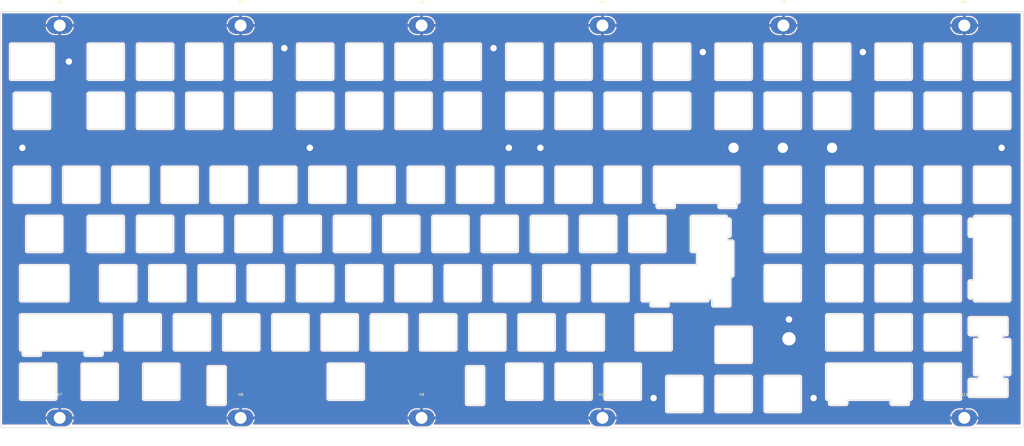
<source format=kicad_pcb>
(kicad_pcb (version 20200628) (host pcbnew "(5.99.0-2195-g476558ece)")
  (layers (0 "F.Cu" signal) (31 "B.Cu" signal) (34 "B.Paste" user) (35 "F.Paste" user) (36 "B.SilkS" user) (37 "F.SilkS" user) (38 "B.Mask" user) (39 "F.Mask" user) (44 "Edge.Cuts" user))
  (net 0 "")
  (net 1 "Mounting-hole")
  (module "acheronHardware:PEM-KF2-M3-ET_(solder-in)" (layer "F.Cu") (at 176.237 104.4875)
    (fp_text reference "H11" (at 0 -9 unlocked) (layer "F.SilkS"))
    (fp_text value "MountingHole_Pad")
    (pad "1" thru_hole oval (at 0 0) (size 10 6.5) (drill 4.6) (layers *.Cu *.Mask) (net 1 "Mounting-hole"))
  )
  (module "acheronHardware:PEM-KF2-M3-ET_(solder-in)" (layer "F.Cu") (at 36.237 104.4875)
    (fp_text reference "H10" (at 0 -9 unlocked) (layer "F.SilkS"))
    (fp_text value "MountingHole_Pad")
    (pad "1" thru_hole oval (at 0 0) (size 10 6.5) (drill 4.6) (layers *.Cu *.Mask) (net 1 "Mounting-hole"))
  )
  (module "acheronHardware:PEM-KF2-M3-ET_(solder-in)" (layer "F.Cu") (at -33.763 104.4875)
    (fp_text reference "H9" (at 0 -9 unlocked) (layer "F.SilkS"))
    (fp_text value "MountingHole_Pad")
    (pad "1" thru_hole oval (at 0 0) (size 10 6.5) (drill 4.6) (layers *.Cu *.Mask) (net 1 "Mounting-hole"))
  )
  (module "acheronHardware:PEM-KF2-M3-ET_(solder-in)" (layer "F.Cu") (at -103.763 104.4875)
    (fp_text reference "H8" (at 0 -9 unlocked) (layer "F.SilkS"))
    (fp_text value "MountingHole_Pad")
    (pad "1" thru_hole oval (at 0 0) (size 10 6.5) (drill 4.6) (layers *.Cu *.Mask) (net 1 "Mounting-hole"))
  )
  (module "acheronHardware:PEM-KF2-M3-ET_(solder-in)" (layer "F.Cu") (at -173.763 104.4875)
    (fp_text reference "H7" (at 0 -9 unlocked) (layer "F.SilkS"))
    (fp_text value "MountingHole_Pad")
    (pad "1" thru_hole oval (at 0 0) (size 10 6.5) (drill 4.6) (layers *.Cu *.Mask) (net 1 "Mounting-hole"))
  )
  (module "acheronHardware:PEM-KF2-M3-ET_(solder-in)" (layer "F.Cu") (at 176.237 -47.3375)
    (fp_text reference "H6" (at 0 -9 unlocked) (layer "F.SilkS"))
    (fp_text value "MountingHole_Pad")
    (pad "1" thru_hole oval (at 0 0) (size 10 6.5) (drill 4.6) (layers *.Cu *.Mask) (net 1 "Mounting-hole"))
  )
  (module "acheronHardware:PEM-KF2-M3-ET_(solder-in)" (layer "F.Cu") (at 106.237 -47.3375)
    (fp_text reference "H5" (at 0 -9 unlocked) (layer "F.SilkS"))
    (fp_text value "MountingHole_Pad")
    (pad "1" thru_hole oval (at 0 0) (size 10 6.5) (drill 4.6) (layers *.Cu *.Mask) (net 1 "Mounting-hole"))
  )
  (module "acheronHardware:PEM-KF2-M3-ET_(solder-in)" (layer "F.Cu") (at 36.237 -47.3375)
    (fp_text reference "H4" (at 0 -9 unlocked) (layer "F.SilkS"))
    (fp_text value "MountingHole_Pad")
    (pad "1" thru_hole oval (at 0 0) (size 10 6.5) (drill 4.6) (layers *.Cu *.Mask) (net 1 "Mounting-hole"))
  )
  (module "acheronHardware:PEM-KF2-M3-ET_(solder-in)" (layer "F.Cu") (at -33.763 -47.3375)
    (fp_text reference "H3" (at 0 -9 unlocked) (layer "F.SilkS"))
    (fp_text value "MountingHole_Pad")
    (pad "1" thru_hole oval (at 0 0) (size 10 6.5) (drill 4.6) (layers *.Cu *.Mask) (net 1 "Mounting-hole"))
  )
  (module "acheronHardware:PEM-KF2-M3-ET_(solder-in)" (layer "F.Cu") (at -103.763 -47.3375)
    (fp_text reference "H2" (at 0 -9 unlocked) (layer "F.SilkS"))
    (fp_text value "MountingHole_Pad")
    (pad "1" thru_hole oval (at 0 0) (size 10 6.5) (drill 4.6) (layers *.Cu *.Mask) (net 1 "Mounting-hole"))
  )
  (module "acheronHardware:PEM-KF2-M3-ET_(solder-in)" (layer "F.Cu") (at -173.763 -47.3375)
    (fp_text reference "H1" (at 0 -9 unlocked) (layer "F.SilkS"))
    (fp_text value "MountingHole_Pad")
    (pad "1" thru_hole oval (at 0 0) (size 10 6.5) (drill 4.6) (layers *.Cu *.Mask) (net 1 "Mounting-hole"))
  )
  (gr_arc (start 12.5 83.987499) (end 13 83.987499) (angle -90) (layer "Edge.Cuts") (width 0.2))
  (gr_line (start 13 96.987499) (end 13 83.987499) (layer "Edge.Cuts") (width 0.2))
  (gr_arc (start -130.375 -20.7875) (end -129.875 -20.7875) (angle -90) (layer "Edge.Cuts") (width 0.2))
  (gr_line (start 31.55 -21.2875) (end 18.55 -21.2875) (layer "Edge.Cuts") (width 0.2))
  (gr_line (start 174.925 -7.7875) (end 174.925 -20.7875) (layer "Edge.Cuts") (width 0.2))
  (gr_line (start -127.99375 83.487499) (end -140.99375 83.487499) (layer "Edge.Cuts") (width 0.2))
  (gr_arc (start -158.95 7.7875) (end -158.45 7.7875) (angle -90) (layer "Edge.Cuts") (width 0.2))
  (gr_arc (start -148.1375 64.937499) (end -148.1375 64.437499) (angle -90) (layer "Edge.Cuts") (width 0.2))
  (gr_arc (start -158.95 20.787499) (end -158.95 21.287499) (angle -90) (layer "Edge.Cuts") (width 0.2))
  (gr_arc (start -127.99375 83.987499) (end -127.49375 83.987499) (angle -90) (layer "Edge.Cuts") (width 0.2))
  (gr_line (start -134.6375 77.937499) (end -134.6375 64.937499) (layer "Edge.Cuts") (width 0.2))
  (gr_arc (start -135.1375 77.937499) (end -135.1375 78.437499) (angle -90) (layer "Edge.Cuts") (width 0.2))
  (gr_arc (start -49.4125 -7.7875) (end -49.4125 -7.2875) (angle -90) (layer "Edge.Cuts") (width 0.2))
  (gr_arc (start 31.55 -7.7875) (end 31.55 -7.2875) (angle -90) (layer "Edge.Cuts") (width 0.2))
  (gr_line (start -158.45 20.787499) (end -158.45 7.7875) (layer "Edge.Cuts") (width 0.2))
  (gr_line (start -143.375 -7.2875) (end -130.375 -7.2875) (layer "Edge.Cuts") (width 0.2))
  (gr_line (start 141.875 -20.7875) (end 141.875 -7.7875) (layer "Edge.Cuts") (width 0.2))
  (gr_arc (start -140.99375 96.987499) (end -141.49375 96.987499) (angle -90) (layer "Edge.Cuts") (width 0.2))
  (gr_arc (start -135.1375 64.937499) (end -134.6375 64.937499) (angle -90) (layer "Edge.Cuts") (width 0.2))
  (gr_line (start -171.95 21.287499) (end -158.95 21.287499) (layer "Edge.Cuts") (width 0.2))
  (gr_arc (start -62.4125 -7.7875) (end -62.9125 -7.7875) (angle -90) (layer "Edge.Cuts") (width 0.2))
  (gr_arc (start 18.55 -20.7875) (end 18.55 -21.2875) (angle -90) (layer "Edge.Cuts") (width 0.2))
  (gr_line (start 32.05 -7.7875) (end 32.05 -20.7875) (layer "Edge.Cuts") (width 0.2))
  (gr_arc (start 174.425 -20.7875) (end 174.925 -20.7875) (angle -90) (layer "Edge.Cuts") (width 0.2))
  (gr_line (start 18.05 -20.7875) (end 18.05 -7.7875) (layer "Edge.Cuts") (width 0.2))
  (gr_line (start 155.375 -21.2875) (end 142.375 -21.2875) (layer "Edge.Cuts") (width 0.2))
  (gr_arc (start 155.375 -7.7875) (end 155.375 -7.2875) (angle -90) (layer "Edge.Cuts") (width 0.2))
  (gr_arc (start -171.95 7.7875) (end -171.95 7.2875) (angle -90) (layer "Edge.Cuts") (width 0.2))
  (gr_line (start -48.9125 -7.7875) (end -48.9125 -20.7875) (layer "Edge.Cuts") (width 0.2))
  (gr_line (start -0.5 97.487499) (end 12.5 97.487499) (layer "Edge.Cuts") (width 0.2))
  (gr_line (start -127.49375 96.987499) (end -127.49375 83.987499) (layer "Edge.Cuts") (width 0.2))
  (gr_line (start -158.95 7.2875) (end -171.95 7.2875) (layer "Edge.Cuts") (width 0.2))
  (gr_arc (start 18.55 -7.7875) (end 18.05 -7.7875) (angle -90) (layer "Edge.Cuts") (width 0.2))
  (gr_arc (start -143.375 -20.7875) (end -143.375 -21.2875) (angle -90) (layer "Edge.Cuts") (width 0.2))
  (gr_line (start 155.875 -7.7875) (end 155.875 -20.7875) (layer "Edge.Cuts") (width 0.2))
  (gr_line (start -135.1375 64.437499) (end -148.1375 64.437499) (layer "Edge.Cuts") (width 0.2))
  (gr_line (start -62.9125 -20.7875) (end -62.9125 -7.7875) (layer "Edge.Cuts") (width 0.2))
  (gr_line (start -140.99375 97.487499) (end -127.99375 97.487499) (layer "Edge.Cuts") (width 0.2))
  (gr_line (start -148.1375 78.437499) (end -135.1375 78.437499) (layer "Edge.Cuts") (width 0.2))
  (gr_arc (start -49.4125 -20.7875) (end -48.9125 -20.7875) (angle -90) (layer "Edge.Cuts") (width 0.2))
  (gr_arc (start 155.375 -20.7875) (end 155.875 -20.7875) (angle -90) (layer "Edge.Cuts") (width 0.2))
  (gr_line (start -49.4125 -21.2875) (end -62.4125 -21.2875) (layer "Edge.Cuts") (width 0.2))
  (gr_arc (start 12.5 96.987499) (end 12.5 97.487499) (angle -90) (layer "Edge.Cuts") (width 0.2))
  (gr_arc (start -0.5 96.987499) (end -1 96.987499) (angle -90) (layer "Edge.Cuts") (width 0.2))
  (gr_arc (start -148.1375 77.937499) (end -148.6375 77.937499) (angle -90) (layer "Edge.Cuts") (width 0.2))
  (gr_line (start -1 83.987499) (end -1 96.987499) (layer "Edge.Cuts") (width 0.2))
  (gr_line (start -148.6375 64.937499) (end -148.6375 77.937499) (layer "Edge.Cuts") (width 0.2))
  (gr_arc (start -140.99375 83.987499) (end -140.99375 83.487499) (angle -90) (layer "Edge.Cuts") (width 0.2))
  (gr_arc (start 161.425 -20.7875) (end 161.425 -21.2875) (angle -90) (layer "Edge.Cuts") (width 0.2))
  (gr_line (start -143.875 -20.7875) (end -143.875 -7.7875) (layer "Edge.Cuts") (width 0.2))
  (gr_line (start 18.55 -7.2875) (end 31.55 -7.2875) (layer "Edge.Cuts") (width 0.2))
  (gr_arc (start -171.95 20.787499) (end -172.45 20.787499) (angle -90) (layer "Edge.Cuts") (width 0.2))
  (gr_line (start -172.45 7.7875) (end -172.45 20.787499) (layer "Edge.Cuts") (width 0.2))
  (gr_line (start -130.375 -21.2875) (end -143.375 -21.2875) (layer "Edge.Cuts") (width 0.2))
  (gr_line (start -129.875 -7.7875) (end -129.875 -20.7875) (layer "Edge.Cuts") (width 0.2))
  (gr_arc (start -130.375 -7.7875) (end -130.375 -7.2875) (angle -90) (layer "Edge.Cuts") (width 0.2))
  (gr_arc (start -143.375 -7.7875) (end -143.875 -7.7875) (angle -90) (layer "Edge.Cuts") (width 0.2))
  (gr_arc (start -62.4125 -20.7875) (end -62.4125 -21.2875) (angle -90) (layer "Edge.Cuts") (width 0.2))
  (gr_arc (start 31.55 -20.7875) (end 32.05 -20.7875) (angle -90) (layer "Edge.Cuts") (width 0.2))
  (gr_arc (start 142.375 -7.7875) (end 141.875 -7.7875) (angle -90) (layer "Edge.Cuts") (width 0.2))
  (gr_line (start 174.425 -21.2875) (end 161.425 -21.2875) (layer "Edge.Cuts") (width 0.2))
  (gr_arc (start 142.375 -20.7875) (end 142.375 -21.2875) (angle -90) (layer "Edge.Cuts") (width 0.2))
  (gr_line (start 142.375 -7.2875) (end 155.375 -7.2875) (layer "Edge.Cuts") (width 0.2))
  (gr_arc (start -127.99375 96.987499) (end -127.99375 97.487499) (angle -90) (layer "Edge.Cuts") (width 0.2))
  (gr_line (start -62.4125 -7.2875) (end -49.4125 -7.2875) (layer "Edge.Cuts") (width 0.2))
  (gr_line (start -141.49375 83.987499) (end -141.49375 96.987499) (layer "Edge.Cuts") (width 0.2))
  (gr_line (start -129.875 -26.8375) (end -129.875 -39.8375) (layer "Edge.Cuts") (width 0.2))
  (gr_line (start -111.325 -40.3375) (end -124.325 -40.3375) (layer "Edge.Cuts") (width 0.2))
  (gr_line (start -124.325 -26.3375) (end -111.325 -26.3375) (layer "Edge.Cuts") (width 0.2))
  (gr_arc (start -130.375 -26.8375) (end -130.375 -26.3375) (angle -90) (layer "Edge.Cuts") (width 0.2))
  (gr_line (start 160.925 -20.7875) (end 160.925 -7.7875) (layer "Edge.Cuts") (width 0.2))
  (gr_arc (start 131.5625 -39.8375) (end 132.0625 -39.8375) (angle -90) (layer "Edge.Cuts") (width 0.2))
  (gr_line (start 37.6 -26.3375) (end 50.6 -26.3375) (layer "Edge.Cuts") (width 0.2))
  (gr_line (start -48.9125 -26.8375) (end -48.9125 -39.8375) (layer "Edge.Cuts") (width 0.2))
  (gr_arc (start 37.6 -26.8375) (end 37.1 -26.8375) (angle -90) (layer "Edge.Cuts") (width 0.2))
  (gr_arc (start 112.5125 -39.8375) (end 113.0125 -39.8375) (angle -90) (layer "Edge.Cuts") (width 0.2))
  (gr_arc (start 37.6 -39.8375) (end 37.6 -40.3375) (angle -90) (layer "Edge.Cuts") (width 0.2))
  (gr_line (start -43.8625 -39.8375) (end -43.8625 -26.8375) (layer "Edge.Cuts") (width 0.2))
  (gr_arc (start -111.325 -39.8375) (end -110.825 -39.8375) (angle -90) (layer "Edge.Cuts") (width 0.2))
  (gr_line (start 18.55 -26.3375) (end 31.55 -26.3375) (layer "Edge.Cuts") (width 0.2))
  (gr_line (start -143.375 -26.3375) (end -130.375 -26.3375) (layer "Edge.Cuts") (width 0.2))
  (gr_line (start -30.3625 -40.3375) (end -43.3625 -40.3375) (layer "Edge.Cuts") (width 0.2))
  (gr_line (start -29.8625 -26.8375) (end -29.8625 -39.8375) (layer "Edge.Cuts") (width 0.2))
  (gr_arc (start -30.3625 -26.8375) (end -30.3625 -26.3375) (angle -90) (layer "Edge.Cuts") (width 0.2))
  (gr_arc (start -130.375 -39.8375) (end -129.875 -39.8375) (angle -90) (layer "Edge.Cuts") (width 0.2))
  (gr_arc (start -49.4125 -39.8375) (end -48.9125 -39.8375) (angle -90) (layer "Edge.Cuts") (width 0.2))
  (gr_arc (start -143.375 -39.8375) (end -143.375 -40.3375) (angle -90) (layer "Edge.Cuts") (width 0.2))
  (gr_line (start -43.3625 -26.3375) (end -30.3625 -26.3375) (layer "Edge.Cuts") (width 0.2))
  (gr_line (start 18.05 -39.8375) (end 18.05 -26.8375) (layer "Edge.Cuts") (width 0.2))
  (gr_arc (start -43.3625 -26.8375) (end -43.8625 -26.8375) (angle -90) (layer "Edge.Cuts") (width 0.2))
  (gr_line (start -62.9125 -39.8375) (end -62.9125 -26.8375) (layer "Edge.Cuts") (width 0.2))
  (gr_line (start -130.375 -40.3375) (end -143.375 -40.3375) (layer "Edge.Cuts") (width 0.2))
  (gr_arc (start 31.55 -39.8375) (end 32.05 -39.8375) (angle -90) (layer "Edge.Cuts") (width 0.2))
  (gr_line (start 32.05 -26.8375) (end 32.05 -39.8375) (layer "Edge.Cuts") (width 0.2))
  (gr_arc (start 18.55 -26.8375) (end 18.05 -26.8375) (angle -90) (layer "Edge.Cuts") (width 0.2))
  (gr_arc (start 31.55 -26.8375) (end 31.55 -26.3375) (angle -90) (layer "Edge.Cuts") (width 0.2))
  (gr_arc (start 99.5125 -39.8375) (end 99.5125 -40.3375) (angle -90) (layer "Edge.Cuts") (width 0.2))
  (gr_arc (start -143.375 -26.8375) (end -143.875 -26.8375) (angle -90) (layer "Edge.Cuts") (width 0.2))
  (gr_arc (start 118.5625 -39.8375) (end 118.5625 -40.3375) (angle -90) (layer "Edge.Cuts") (width 0.2))
  (gr_arc (start 18.55 -39.8375) (end 18.55 -40.3375) (angle -90) (layer "Edge.Cuts") (width 0.2))
  (gr_arc (start -124.325 -39.8375) (end -124.325 -40.3375) (angle -90) (layer "Edge.Cuts") (width 0.2))
  (gr_line (start -49.4125 -40.3375) (end -62.4125 -40.3375) (layer "Edge.Cuts") (width 0.2))
  (gr_arc (start -43.3625 -39.8375) (end -43.3625 -40.3375) (angle -90) (layer "Edge.Cuts") (width 0.2))
  (gr_line (start -143.875 -39.8375) (end -143.875 -26.8375) (layer "Edge.Cuts") (width 0.2))
  (gr_line (start 131.5625 -40.3375) (end 118.5625 -40.3375) (layer "Edge.Cuts") (width 0.2))
  (gr_line (start 118.5625 -26.3375) (end 131.5625 -26.3375) (layer "Edge.Cuts") (width 0.2))
  (gr_line (start 51.1 -26.8375) (end 51.1 -39.8375) (layer "Edge.Cuts") (width 0.2))
  (gr_line (start 118.0625 -39.8375) (end 118.0625 -26.8375) (layer "Edge.Cuts") (width 0.2))
  (gr_arc (start 50.6 -39.8375) (end 51.1 -39.8375) (angle -90) (layer "Edge.Cuts") (width 0.2))
  (gr_line (start 37.1 -39.8375) (end 37.1 -26.8375) (layer "Edge.Cuts") (width 0.2))
  (gr_line (start -124.825 -39.8375) (end -124.825 -26.8375) (layer "Edge.Cuts") (width 0.2))
  (gr_arc (start -111.325 -26.8375) (end -111.325 -26.3375) (angle -90) (layer "Edge.Cuts") (width 0.2))
  (gr_arc (start -124.325 -26.8375) (end -124.825 -26.8375) (angle -90) (layer "Edge.Cuts") (width 0.2))
  (gr_arc (start -62.4125 -39.8375) (end -62.4125 -40.3375) (angle -90) (layer "Edge.Cuts") (width 0.2))
  (gr_line (start 112.5125 -40.3375) (end 99.5125 -40.3375) (layer "Edge.Cuts") (width 0.2))
  (gr_line (start 132.0625 -26.8375) (end 132.0625 -39.8375) (layer "Edge.Cuts") (width 0.2))
  (gr_arc (start -30.3625 -39.8375) (end -29.8625 -39.8375) (angle -90) (layer "Edge.Cuts") (width 0.2))
  (gr_arc (start -49.4125 -26.8375) (end -49.4125 -26.3375) (angle -90) (layer "Edge.Cuts") (width 0.2))
  (gr_line (start 31.55 -40.3375) (end 18.55 -40.3375) (layer "Edge.Cuts") (width 0.2))
  (gr_arc (start 131.5625 -26.8375) (end 131.5625 -26.3375) (angle -90) (layer "Edge.Cuts") (width 0.2))
  (gr_line (start 113.0125 -26.8375) (end 113.0125 -39.8375) (layer "Edge.Cuts") (width 0.2))
  (gr_arc (start 174.425 -7.7875) (end 174.425 -7.2875) (angle -90) (layer "Edge.Cuts") (width 0.2))
  (gr_arc (start 161.425 -7.7875) (end 160.925 -7.7875) (angle -90) (layer "Edge.Cuts") (width 0.2))
  (gr_line (start 161.425 -7.2875) (end 174.425 -7.2875) (layer "Edge.Cuts") (width 0.2))
  (gr_line (start -110.825 -26.8375) (end -110.825 -39.8375) (layer "Edge.Cuts") (width 0.2))
  (gr_arc (start 118.5625 -26.8375) (end 118.0625 -26.8375) (angle -90) (layer "Edge.Cuts") (width 0.2))
  (gr_line (start -62.4125 -26.3375) (end -49.4125 -26.3375) (layer "Edge.Cuts") (width 0.2))
  (gr_arc (start 50.6 -26.8375) (end 50.6 -26.3375) (angle -90) (layer "Edge.Cuts") (width 0.2))
  (gr_arc (start -62.4125 -26.8375) (end -62.9125 -26.8375) (angle -90) (layer "Edge.Cuts") (width 0.2))
  (gr_line (start 50.6 -40.3375) (end 37.6 -40.3375) (layer "Edge.Cuts") (width 0.2))
  (gr_arc (start -143.375 39.837499) (end -143.875 39.837499) (angle -90) (layer "Edge.Cuts") (width 0.2))
  (gr_line (start -76.7 21.287499) (end -63.7 21.287499) (layer "Edge.Cuts") (width 0.2))
  (gr_arc (start -76.7 20.787499) (end -77.2 20.787499) (angle -90) (layer "Edge.Cuts") (width 0.2))
  (gr_arc (start -0.5 7.7875) (end -0.5 7.2875) (angle -90) (layer "Edge.Cuts") (width 0.2))
  (gr_arc (start -0.5 83.987499) (end -0.5 83.487499) (angle -90) (layer "Edge.Cuts") (width 0.2))
  (gr_line (start 13 20.787499) (end 13 7.7875) (layer "Edge.Cuts") (width 0.2))
  (gr_line (start 60.625 39.837499) (end 60.625 26.837499) (layer "Edge.Cuts") (width 0.2))
  (gr_line (start -101.3 20.787499) (end -101.3 7.7875) (layer "Edge.Cuts") (width 0.2))
  (gr_line (start -114.8 21.287499) (end -101.8 21.287499) (layer "Edge.Cuts") (width 0.2))
  (gr_arc (start -130.375 26.837499) (end -129.875 26.837499) (angle -90) (layer "Edge.Cuts") (width 0.2))
  (gr_arc (start 60.125 26.837499) (end 60.625 26.837499) (angle -90) (layer "Edge.Cuts") (width 0.2))
  (gr_arc (start 12.5 20.787499) (end 12.5 21.287499) (angle -90) (layer "Edge.Cuts") (width 0.2))
  (gr_arc (start 47.125 39.837499) (end 46.625 39.837499) (angle -90) (layer "Edge.Cuts") (width 0.2))
  (gr_line (start -143.875 26.837499) (end -143.875 39.837499) (layer "Edge.Cuts") (width 0.2))
  (gr_arc (start -130.375 39.837499) (end -130.375 40.337499) (angle -90) (layer "Edge.Cuts") (width 0.2))
  (gr_arc (start -38.6 7.7875) (end -38.6 7.2875) (angle -90) (layer "Edge.Cuts") (width 0.2))
  (gr_line (start -25.1 20.787499) (end -25.1 7.7875) (layer "Edge.Cuts") (width 0.2))
  (gr_line (start 12.5 7.2875) (end -0.5 7.2875) (layer "Edge.Cuts") (width 0.2))
  (gr_arc (start 50.6 7.7875) (end 51.1 7.7875) (angle -90) (layer "Edge.Cuts") (width 0.2))
  (gr_line (start 50.6 7.2875) (end 37.6 7.2875) (layer "Edge.Cuts") (width 0.2))
  (gr_line (start -38.6 21.287499) (end -25.6 21.287499) (layer "Edge.Cuts") (width 0.2))
  (gr_line (start 12.5 83.487499) (end -0.5 83.487499) (layer "Edge.Cuts") (width 0.2))
  (gr_line (start -143.375 40.337499) (end -130.375 40.337499) (layer "Edge.Cuts") (width 0.2))
  (gr_arc (start -76.7 7.7875) (end -76.7 7.2875) (angle -90) (layer "Edge.Cuts") (width 0.2))
  (gr_line (start 60.125 26.337499) (end 47.125 26.337499) (layer "Edge.Cuts") (width 0.2))
  (gr_arc (start -114.8 20.787499) (end -115.3 20.787499) (angle -90) (layer "Edge.Cuts") (width 0.2))
  (gr_line (start -115.3 7.7875) (end -115.3 20.787499) (layer "Edge.Cuts") (width 0.2))
  (gr_arc (start -63.7 20.787499) (end -63.7 21.287499) (angle -90) (layer "Edge.Cuts") (width 0.2))
  (gr_arc (start -25.6 20.787499) (end -25.6 21.287499) (angle -90) (layer "Edge.Cuts") (width 0.2))
  (gr_arc (start 47.125 26.837499) (end 47.125 26.337499) (angle -90) (layer "Edge.Cuts") (width 0.2))
  (gr_arc (start 60.125 39.837499) (end 60.125 40.337499) (angle -90) (layer "Edge.Cuts") (width 0.2))
  (gr_arc (start 37.6 7.7875) (end 37.6 7.2875) (angle -90) (layer "Edge.Cuts") (width 0.2))
  (gr_line (start 37.6 21.287499) (end 50.6 21.287499) (layer "Edge.Cuts") (width 0.2))
  (gr_arc (start -87.5125 45.887499) (end -87.0125 45.887499) (angle -90) (layer "Edge.Cuts") (width 0.2))
  (gr_line (start -87.0125 58.887499) (end -87.0125 45.887499) (layer "Edge.Cuts") (width 0.2))
  (gr_arc (start -101.8 7.7875) (end -101.3 7.7875) (angle -90) (layer "Edge.Cuts") (width 0.2))
  (gr_line (start -39.1 7.7875) (end -39.1 20.787499) (layer "Edge.Cuts") (width 0.2))
  (gr_arc (start -63.7 7.7875) (end -63.2 7.7875) (angle -90) (layer "Edge.Cuts") (width 0.2))
  (gr_arc (start -25.6 7.7875) (end -25.1 7.7875) (angle -90) (layer "Edge.Cuts") (width 0.2))
  (gr_arc (start -0.5 20.787499) (end -1 20.787499) (angle -90) (layer "Edge.Cuts") (width 0.2))
  (gr_line (start 51.1 20.787499) (end 51.1 7.7875) (layer "Edge.Cuts") (width 0.2))
  (gr_line (start 46.625 26.837499) (end 46.625 39.837499) (layer "Edge.Cuts") (width 0.2))
  (gr_line (start 47.125 40.337499) (end 60.125 40.337499) (layer "Edge.Cuts") (width 0.2))
  (gr_line (start -1 7.7875) (end -1 20.787499) (layer "Edge.Cuts") (width 0.2))
  (gr_arc (start -101.8 20.787499) (end -101.8 21.287499) (angle -90) (layer "Edge.Cuts") (width 0.2))
  (gr_arc (start -87.5125 58.887499) (end -87.5125 59.387499) (angle -90) (layer "Edge.Cuts") (width 0.2))
  (gr_arc (start -114.8 7.7875) (end -114.8 7.2875) (angle -90) (layer "Edge.Cuts") (width 0.2))
  (gr_arc (start -38.6 20.787499) (end -39.1 20.787499) (angle -90) (layer "Edge.Cuts") (width 0.2))
  (gr_line (start -100.5125 59.387499) (end -87.5125 59.387499) (layer "Edge.Cuts") (width 0.2))
  (gr_arc (start -100.5125 58.887499) (end -101.0125 58.887499) (angle -90) (layer "Edge.Cuts") (width 0.2))
  (gr_arc (start 12.5 7.7875) (end 13 7.7875) (angle -90) (layer "Edge.Cuts") (width 0.2))
  (gr_arc (start 50.6 20.787499) (end 50.6 21.287499) (angle -90) (layer "Edge.Cuts") (width 0.2))
  (gr_arc (start 37.6 20.787499) (end 37.1 20.787499) (angle -90) (layer "Edge.Cuts") (width 0.2))
  (gr_line (start -101.0125 45.887499) (end -101.0125 58.887499) (layer "Edge.Cuts") (width 0.2))
  (gr_arc (start -143.375 26.837499) (end -143.375 26.337499) (angle -90) (layer "Edge.Cuts") (width 0.2))
  (gr_line (start 37.1 7.7875) (end 37.1 20.787499) (layer "Edge.Cuts") (width 0.2))
  (gr_line (start -129.875 39.837499) (end -129.875 26.837499) (layer "Edge.Cuts") (width 0.2))
  (gr_line (start -0.5 21.287499) (end 12.5 21.287499) (layer "Edge.Cuts") (width 0.2))
  (gr_line (start -130.375 26.337499) (end -143.375 26.337499) (layer "Edge.Cuts") (width 0.2))
  (gr_line (start -101.8 7.2875) (end -114.8 7.2875) (layer "Edge.Cuts") (width 0.2))
  (gr_line (start -63.7 7.2875) (end -76.7 7.2875) (layer "Edge.Cuts") (width 0.2))
  (gr_line (start -63.2 20.787499) (end -63.2 7.7875) (layer "Edge.Cuts") (width 0.2))
  (gr_line (start -77.2 7.7875) (end -77.2 20.787499) (layer "Edge.Cuts") (width 0.2))
  (gr_line (start -25.6 7.2875) (end -38.6 7.2875) (layer "Edge.Cuts") (width 0.2))
  (gr_arc (start 37.6 83.987499) (end 37.6 83.487499) (angle -90) (layer "Edge.Cuts") (width 0.2))
  (gr_line (start 50.6 83.487499) (end 37.6 83.487499) (layer "Edge.Cuts") (width 0.2))
  (gr_line (start 32.05 20.787499) (end 32.05 7.7875) (layer "Edge.Cuts") (width 0.2))
  (gr_line (start -82.75 7.2875) (end -95.75 7.2875) (layer "Edge.Cuts") (width 0.2))
  (gr_arc (start -97.0375 64.937499) (end -96.5375 64.937499) (angle -90) (layer "Edge.Cuts") (width 0.2))
  (gr_line (start 31.55 7.2875) (end 18.55 7.2875) (layer "Edge.Cuts") (width 0.2))
  (gr_line (start -48.125 40.337499) (end -35.125 40.337499) (layer "Edge.Cuts") (width 0.2))
  (gr_line (start 18.05 7.7875) (end 18.05 20.787499) (layer "Edge.Cuts") (width 0.2))
  (gr_line (start -20.05 7.7875) (end -20.05 20.787499) (layer "Edge.Cuts") (width 0.2))
  (gr_arc (start -6.55 7.7875) (end -6.05 7.7875) (angle -90) (layer "Edge.Cuts") (width 0.2))
  (gr_line (start -6.05 20.787499) (end -6.05 7.7875) (layer "Edge.Cuts") (width 0.2))
  (gr_line (start -96.25 7.7875) (end -96.25 20.787499) (layer "Edge.Cuts") (width 0.2))
  (gr_arc (start -33.8375 64.937499) (end -33.8375 64.437499) (angle -90) (layer "Edge.Cuts") (width 0.2))
  (gr_line (start -110.0375 78.437499) (end -97.0375 78.437499) (layer "Edge.Cuts") (width 0.2))
  (gr_arc (start -48.125 39.837499) (end -48.625 39.837499) (angle -90) (layer "Edge.Cuts") (width 0.2))
  (gr_arc (start -82.75 20.787499) (end -82.75 21.287499) (angle -90) (layer "Edge.Cuts") (width 0.2))
  (gr_arc (start -71.9375 77.937499) (end -72.4375 77.937499) (angle -90) (layer "Edge.Cuts") (width 0.2))
  (gr_line (start 18.55 21.287499) (end 31.55 21.287499) (layer "Edge.Cuts") (width 0.2))
  (gr_line (start -6.55 7.2875) (end -19.55 7.2875) (layer "Edge.Cuts") (width 0.2))
  (gr_line (start -20.8375 64.437499) (end -33.8375 64.437499) (layer "Edge.Cuts") (width 0.2))
  (gr_arc (start -48.125 26.837499) (end -48.125 26.337499) (angle -90) (layer "Edge.Cuts") (width 0.2))
  (gr_line (start -120.35 20.787499) (end -120.35 7.7875) (layer "Edge.Cuts") (width 0.2))
  (gr_line (start -120.85 7.2875) (end -133.85 7.2875) (layer "Edge.Cuts") (width 0.2))
  (gr_arc (start -97.0375 77.937499) (end -97.0375 78.437499) (angle -90) (layer "Edge.Cuts") (width 0.2))
  (gr_arc (start -110.0375 64.937499) (end -110.0375 64.437499) (angle -90) (layer "Edge.Cuts") (width 0.2))
  (gr_arc (start -71.9375 64.937499) (end -71.9375 64.437499) (angle -90) (layer "Edge.Cuts") (width 0.2))
  (gr_line (start -58.4375 77.937499) (end -58.4375 64.937499) (layer "Edge.Cuts") (width 0.2))
  (gr_line (start -34.625 39.837499) (end -34.625 26.837499) (layer "Edge.Cuts") (width 0.2))
  (gr_arc (start -133.85 7.7875) (end -133.85 7.2875) (angle -90) (layer "Edge.Cuts") (width 0.2))
  (gr_arc (start 50.6 96.987499) (end 50.6 97.487499) (angle -90) (layer "Edge.Cuts") (width 0.2))
  (gr_arc (start 31.55 7.7875) (end 32.05 7.7875) (angle -90) (layer "Edge.Cuts") (width 0.2))
  (gr_arc (start -35.125 39.837499) (end -35.125 40.337499) (angle -90) (layer "Edge.Cuts") (width 0.2))
  (gr_line (start -110.5375 64.937499) (end -110.5375 77.937499) (layer "Edge.Cuts") (width 0.2))
  (gr_line (start -48.625 26.837499) (end -48.625 39.837499) (layer "Edge.Cuts") (width 0.2))
  (gr_arc (start -58.9375 64.937499) (end -58.4375 64.937499) (angle -90) (layer "Edge.Cuts") (width 0.2))
  (gr_arc (start -19.55 7.7875) (end -19.55 7.2875) (angle -90) (layer "Edge.Cuts") (width 0.2))
  (gr_arc (start -120.85 20.787499) (end -120.85 21.287499) (angle -90) (layer "Edge.Cuts") (width 0.2))
  (gr_arc (start 31.55 20.787499) (end 31.55 21.287499) (angle -90) (layer "Edge.Cuts") (width 0.2))
  (gr_arc (start -6.55 20.787499) (end -6.55 21.287499) (angle -90) (layer "Edge.Cuts") (width 0.2))
  (gr_line (start -134.35 7.7875) (end -134.35 20.787499) (layer "Edge.Cuts") (width 0.2))
  (gr_line (start -58.9375 64.437499) (end -71.9375 64.437499) (layer "Edge.Cuts") (width 0.2))
  (gr_arc (start -133.85 20.787499) (end -134.35 20.787499) (angle -90) (layer "Edge.Cuts") (width 0.2))
  (gr_arc (start 50.6 83.987499) (end 51.1 83.987499) (angle -90) (layer "Edge.Cuts") (width 0.2))
  (gr_line (start 51.1 96.987499) (end 51.1 83.987499) (layer "Edge.Cuts") (width 0.2))
  (gr_line (start -19.55 21.287499) (end -6.55 21.287499) (layer "Edge.Cuts") (width 0.2))
  (gr_line (start 37.6 97.487499) (end 50.6 97.487499) (layer "Edge.Cuts") (width 0.2))
  (gr_arc (start -19.55 20.787499) (end -20.05 20.787499) (angle -90) (layer "Edge.Cuts") (width 0.2))
  (gr_arc (start 37.6 96.987499) (end 37.1 96.987499) (angle -90) (layer "Edge.Cuts") (width 0.2))
  (gr_line (start -72.4375 64.937499) (end -72.4375 77.937499) (layer "Edge.Cuts") (width 0.2))
  (gr_arc (start -95.75 20.787499) (end -96.25 20.787499) (angle -90) (layer "Edge.Cuts") (width 0.2))
  (gr_arc (start -110.0375 77.937499) (end -110.5375 77.937499) (angle -90) (layer "Edge.Cuts") (width 0.2))
  (gr_line (start -35.125 26.337499) (end -48.125 26.337499) (layer "Edge.Cuts") (width 0.2))
  (gr_line (start 37.1 83.987499) (end 37.1 96.987499) (layer "Edge.Cuts") (width 0.2))
  (gr_arc (start -35.125 26.837499) (end -34.625 26.837499) (angle -90) (layer "Edge.Cuts") (width 0.2))
  (gr_arc (start -95.75 7.7875) (end -95.75 7.2875) (angle -90) (layer "Edge.Cuts") (width 0.2))
  (gr_arc (start -82.75 7.7875) (end -82.25 7.7875) (angle -90) (layer "Edge.Cuts") (width 0.2))
  (gr_line (start -82.25 20.787499) (end -82.25 7.7875) (layer "Edge.Cuts") (width 0.2))
  (gr_line (start -133.85 21.287499) (end -120.85 21.287499) (layer "Edge.Cuts") (width 0.2))
  (gr_line (start -96.5375 77.937499) (end -96.5375 64.937499) (layer "Edge.Cuts") (width 0.2))
  (gr_line (start -95.75 21.287499) (end -82.75 21.287499) (layer "Edge.Cuts") (width 0.2))
  (gr_line (start -71.9375 78.437499) (end -58.9375 78.437499) (layer "Edge.Cuts") (width 0.2))
  (gr_line (start -97.0375 64.437499) (end -110.0375 64.437499) (layer "Edge.Cuts") (width 0.2))
  (gr_arc (start -58.9375 77.937499) (end -58.9375 78.437499) (angle -90) (layer "Edge.Cuts") (width 0.2))
  (gr_arc (start 18.55 7.7875) (end 18.55 7.2875) (angle -90) (layer "Edge.Cuts") (width 0.2))
  (gr_arc (start -120.85 7.7875) (end -120.35 7.7875) (angle -90) (layer "Edge.Cuts") (width 0.2))
  (gr_arc (start 18.55 20.787499) (end 18.05 20.787499) (angle -90) (layer "Edge.Cuts") (width 0.2))
  (gr_arc (start 142.375 39.837499) (end 141.875 39.837499) (angle -90) (layer "Edge.Cuts") (width 0.2))
  (gr_arc (start 161.425 83.987499) (end 161.425 83.487499) (angle -90) (layer "Edge.Cuts") (width 0.2))
  (gr_arc (start 174.425 96.987499) (end 174.425 97.487499) (angle -90) (layer "Edge.Cuts") (width 0.2))
  (gr_line (start -20.3375 77.937499) (end -20.3375 64.937499) (layer "Edge.Cuts") (width 0.2))
  (gr_arc (start -20.8375 77.937499) (end -20.8375 78.437499) (angle -90) (layer "Edge.Cuts") (width 0.2))
  (gr_arc (start 17.2625 77.937499) (end 17.2625 78.437499) (angle -90) (layer "Edge.Cuts") (width 0.2))
  (gr_line (start 4.2625 78.437499) (end 17.2625 78.437499) (layer "Edge.Cuts") (width 0.2))
  (gr_line (start 3.7625 64.937499) (end 3.7625 77.937499) (layer "Edge.Cuts") (width 0.2))
  (gr_arc (start 4.2625 64.937499) (end 4.2625 64.437499) (angle -90) (layer "Edge.Cuts") (width 0.2))
  (gr_line (start 17.2625 64.437499) (end 4.2625 64.437499) (layer "Edge.Cuts") (width 0.2))
  (gr_line (start 74.4125 88.249999) (end 61.4125 88.249999) (layer "Edge.Cuts") (width 0.2))
  (gr_line (start 60.9125 88.749999) (end 60.9125 101.749999) (layer "Edge.Cuts") (width 0.2))
  (gr_arc (start 142.375 77.937499) (end 141.875 77.937499) (angle -90) (layer "Edge.Cuts") (width 0.2))
  (gr_line (start 112.5125 45.387499) (end 99.5125 45.387499) (layer "Edge.Cuts") (width 0.2))
  (gr_line (start 174.425 83.487499) (end 161.425 83.487499) (layer "Edge.Cuts") (width 0.2))
  (gr_arc (start 99.5125 58.887499) (end 99.0125 58.887499) (angle -90) (layer "Edge.Cuts") (width 0.2))
  (gr_line (start 155.375 7.2875) (end 142.375 7.2875) (layer "Edge.Cuts") (width 0.2))
  (gr_line (start 155.875 39.837499) (end 155.875 26.837499) (layer "Edge.Cuts") (width 0.2))
  (gr_line (start 136.325 45.387499) (end 123.325 45.387499) (layer "Edge.Cuts") (width 0.2))
  (gr_arc (start 155.375 26.837499) (end 155.875 26.837499) (angle -90) (layer "Edge.Cuts") (width 0.2))
  (gr_line (start 160.925 83.987499) (end 160.925 96.987499) (layer "Edge.Cuts") (width 0.2))
  (gr_line (start 142.375 40.337499) (end 155.375 40.337499) (layer "Edge.Cuts") (width 0.2))
  (gr_line (start 155.875 77.937499) (end 155.875 64.937499) (layer "Edge.Cuts") (width 0.2))
  (gr_line (start 142.375 78.437499) (end 155.375 78.437499) (layer "Edge.Cuts") (width 0.2))
  (gr_arc (start 155.375 77.937499) (end 155.375 78.437499) (angle -90) (layer "Edge.Cuts") (width 0.2))
  (gr_line (start -34.3375 64.937499) (end -34.3375 77.937499) (layer "Edge.Cuts") (width 0.2))
  (gr_arc (start 61.4125 101.749999) (end 60.9125 101.749999) (angle -90) (layer "Edge.Cuts") (width 0.2))
  (gr_arc (start 123.325 45.887499) (end 123.325 45.387499) (angle -90) (layer "Edge.Cuts") (width 0.2))
  (gr_arc (start 155.375 64.937499) (end 155.875 64.937499) (angle -90) (layer "Edge.Cuts") (width 0.2))
  (gr_line (start -33.8375 78.437499) (end -20.8375 78.437499) (layer "Edge.Cuts") (width 0.2))
  (gr_line (start 17.7625 77.937499) (end 17.7625 64.937499) (layer "Edge.Cuts") (width 0.2))
  (gr_arc (start 142.375 64.937499) (end 142.375 64.437499) (angle -90) (layer "Edge.Cuts") (width 0.2))
  (gr_arc (start 74.4125 88.749999) (end 74.9125 88.749999) (angle -90) (layer "Edge.Cuts") (width 0.2))
  (gr_arc (start 4.2625 77.937499) (end 3.7625 77.937499) (angle -90) (layer "Edge.Cuts") (width 0.2))
  (gr_arc (start 112.5125 58.887499) (end 112.5125 59.387499) (angle -90) (layer "Edge.Cuts") (width 0.2))
  (gr_line (start 141.875 64.937499) (end 141.875 77.937499) (layer "Edge.Cuts") (width 0.2))
  (gr_arc (start 61.4125 88.749999) (end 61.4125 88.249999) (angle -90) (layer "Edge.Cuts") (width 0.2))
  (gr_line (start 141.875 26.837499) (end 141.875 39.837499) (layer "Edge.Cuts") (width 0.2))
  (gr_line (start 113.0125 58.887499) (end 113.0125 45.887499) (layer "Edge.Cuts") (width 0.2))
  (gr_line (start 99.0125 45.887499) (end 99.0125 58.887499) (layer "Edge.Cuts") (width 0.2))
  (gr_arc (start 142.375 26.837499) (end 142.375 26.337499) (angle -90) (layer "Edge.Cuts") (width 0.2))
  (gr_arc (start 142.375 7.7875) (end 142.375 7.2875) (angle -90) (layer "Edge.Cuts") (width 0.2))
  (gr_arc (start 155.375 20.787499) (end 155.375 21.287499) (angle -90) (layer "Edge.Cuts") (width 0.2))
  (gr_arc (start 142.375 20.787499) (end 141.875 20.787499) (angle -90) (layer "Edge.Cuts") (width 0.2))
  (gr_arc (start 161.425 96.987499) (end 160.925 96.987499) (angle -90) (layer "Edge.Cuts") (width 0.2))
  (gr_line (start 141.875 7.7875) (end 141.875 20.787499) (layer "Edge.Cuts") (width 0.2))
  (gr_arc (start 155.375 39.837499) (end 155.375 40.337499) (angle -90) (layer "Edge.Cuts") (width 0.2))
  (gr_line (start 161.425 97.487499) (end 174.425 97.487499) (layer "Edge.Cuts") (width 0.2))
  (gr_line (start 174.925 96.987499) (end 174.925 83.987499) (layer "Edge.Cuts") (width 0.2))
  (gr_arc (start 155.375 7.7875) (end 155.875 7.7875) (angle -90) (layer "Edge.Cuts") (width 0.2))
  (gr_line (start 155.375 64.437499) (end 142.375 64.437499) (layer "Edge.Cuts") (width 0.2))
  (gr_arc (start -20.8375 64.937499) (end -20.3375 64.937499) (angle -90) (layer "Edge.Cuts") (width 0.2))
  (gr_arc (start -33.8375 77.937499) (end -34.3375 77.937499) (angle -90) (layer "Edge.Cuts") (width 0.2))
  (gr_line (start 74.9125 101.749999) (end 74.9125 88.749999) (layer "Edge.Cuts") (width 0.2))
  (gr_line (start 155.875 20.787499) (end 155.875 7.7875) (layer "Edge.Cuts") (width 0.2))
  (gr_arc (start 74.4125 101.749999) (end 74.4125 102.249999) (angle -90) (layer "Edge.Cuts") (width 0.2))
  (gr_line (start 99.5125 59.387499) (end 112.5125 59.387499) (layer "Edge.Cuts") (width 0.2))
  (gr_arc (start 99.5125 45.887499) (end 99.5125 45.387499) (angle -90) (layer "Edge.Cuts") (width 0.2))
  (gr_arc (start 174.425 83.987499) (end 174.925 83.987499) (angle -90) (layer "Edge.Cuts") (width 0.2))
  (gr_arc (start 17.2625 64.937499) (end 17.7625 64.937499) (angle -90) (layer "Edge.Cuts") (width 0.2))
  (gr_line (start 61.4125 102.249999) (end 74.4125 102.249999) (layer "Edge.Cuts") (width 0.2))
  (gr_arc (start 112.5125 45.887499) (end 113.0125 45.887499) (angle -90) (layer "Edge.Cuts") (width 0.2))
  (gr_line (start 142.375 21.287499) (end 155.375 21.287499) (layer "Edge.Cuts") (width 0.2))
  (gr_line (start 155.375 26.337499) (end 142.375 26.337499) (layer "Edge.Cuts") (width 0.2))
  (gr_arc (start 23.3125 64.937499) (end 23.3125 64.437499) (angle -90) (layer "Edge.Cuts") (width 0.2))
  (gr_arc (start 36.3125 77.937499) (end 36.3125 78.437499) (angle -90) (layer "Edge.Cuts") (width 0.2))
  (gr_line (start -39.8875 64.437499) (end -52.8875 64.437499) (layer "Edge.Cuts") (width 0.2))
  (gr_line (start -15.2875 64.937499) (end -15.2875 77.937499) (layer "Edge.Cuts") (width 0.2))
  (gr_line (start -39.3875 77.937499) (end -39.3875 64.937499) (layer "Edge.Cuts") (width 0.2))
  (gr_line (start -52.8875 78.437499) (end -39.8875 78.437499) (layer "Edge.Cuts") (width 0.2))
  (gr_line (start -53.3875 64.937499) (end -53.3875 77.937499) (layer "Edge.Cuts") (width 0.2))
  (gr_arc (start 93.4625 82.699999) (end 93.4625 83.199999) (angle -90) (layer "Edge.Cuts") (width 0.2))
  (gr_line (start 23.3125 78.437499) (end 36.3125 78.437499) (layer "Edge.Cuts") (width 0.2))
  (gr_line (start 112.5125 7.2875) (end 99.5125 7.2875) (layer "Edge.Cuts") (width 0.2))
  (gr_arc (start -14.7875 64.937499) (end -14.7875 64.437499) (angle -90) (layer "Edge.Cuts") (width 0.2))
  (gr_arc (start 180.475 7.7875) (end 180.475 7.2875) (angle -90) (layer "Edge.Cuts") (width 0.2))
  (gr_arc (start 23.3125 77.937499) (end 22.8125 77.937499) (angle -90) (layer "Edge.Cuts") (width 0.2))
  (gr_arc (start -1.7875 64.937499) (end -1.2875 64.937499) (angle -90) (layer "Edge.Cuts") (width 0.2))
  (gr_line (start 123.325 59.387499) (end 136.325 59.387499) (layer "Edge.Cuts") (width 0.2))
  (gr_line (start 174.925 58.887499) (end 174.925 45.887499) (layer "Edge.Cuts") (width 0.2))
  (gr_line (start 99.5125 21.287499) (end 112.5125 21.287499) (layer "Edge.Cuts") (width 0.2))
  (gr_line (start 80.4625 83.199999) (end 93.4625 83.199999) (layer "Edge.Cuts") (width 0.2))
  (gr_line (start -1.2875 77.937499) (end -1.2875 64.937499) (layer "Edge.Cuts") (width 0.2))
  (gr_line (start -87.5125 45.387499) (end -100.5125 45.387499) (layer "Edge.Cuts") (width 0.2))
  (gr_arc (start 123.325 58.887499) (end 122.825 58.887499) (angle -90) (layer "Edge.Cuts") (width 0.2))
  (gr_arc (start 161.425 45.887499) (end 161.425 45.387499) (angle -90) (layer "Edge.Cuts") (width 0.2))
  (gr_arc (start 193.475 7.7875) (end 193.975 7.7875) (angle -90) (layer "Edge.Cuts") (width 0.2))
  (gr_line (start 174.425 45.387499) (end 161.425 45.387499) (layer "Edge.Cuts") (width 0.2))
  (gr_line (start 180.475 21.287499) (end 193.475 21.287499) (layer "Edge.Cuts") (width 0.2))
  (gr_arc (start 93.4625 69.699999) (end 93.9625 69.699999) (angle -90) (layer "Edge.Cuts") (width 0.2))
  (gr_arc (start 180.475 20.787499) (end 179.975 20.787499) (angle -90) (layer "Edge.Cuts") (width 0.2))
  (gr_line (start 179.975 7.7875) (end 179.975 20.787499) (layer "Edge.Cuts") (width 0.2))
  (gr_line (start 193.475 7.2875) (end 180.475 7.2875) (layer "Edge.Cuts") (width 0.2))
  (gr_line (start 193.975 20.787499) (end 193.975 7.7875) (layer "Edge.Cuts") (width 0.2))
  (gr_arc (start -14.7875 77.937499) (end -15.2875 77.937499) (angle -90) (layer "Edge.Cuts") (width 0.2))
  (gr_line (start 93.9625 82.699999) (end 93.9625 69.699999) (layer "Edge.Cuts") (width 0.2))
  (gr_arc (start -52.8875 77.937499) (end -53.3875 77.937499) (angle -90) (layer "Edge.Cuts") (width 0.2))
  (gr_line (start 36.8125 77.937499) (end 36.8125 64.937499) (layer "Edge.Cuts") (width 0.2))
  (gr_arc (start -52.8875 64.937499) (end -52.8875 64.437499) (angle -90) (layer "Edge.Cuts") (width 0.2))
  (gr_arc (start 174.425 45.887499) (end 174.925 45.887499) (angle -90) (layer "Edge.Cuts") (width 0.2))
  (gr_line (start -14.7875 78.437499) (end -1.7875 78.437499) (layer "Edge.Cuts") (width 0.2))
  (gr_arc (start -39.8875 64.937499) (end -39.3875 64.937499) (angle -90) (layer "Edge.Cuts") (width 0.2))
  (gr_arc (start -1.7875 77.937499) (end -1.7875 78.437499) (angle -90) (layer "Edge.Cuts") (width 0.2))
  (gr_line (start 79.9625 69.699999) (end 79.9625 82.699999) (layer "Edge.Cuts") (width 0.2))
  (gr_arc (start 136.325 45.887499) (end 136.825 45.887499) (angle -90) (layer "Edge.Cuts") (width 0.2))
  (gr_line (start 93.4625 69.199999) (end 80.4625 69.199999) (layer "Edge.Cuts") (width 0.2))
  (gr_line (start 22.8125 64.937499) (end 22.8125 77.937499) (layer "Edge.Cuts") (width 0.2))
  (gr_arc (start 112.5125 20.787499) (end 112.5125 21.287499) (angle -90) (layer "Edge.Cuts") (width 0.2))
  (gr_line (start 136.825 58.887499) (end 136.825 45.887499) (layer "Edge.Cuts") (width 0.2))
  (gr_line (start 113.0125 20.787499) (end 113.0125 7.7875) (layer "Edge.Cuts") (width 0.2))
  (gr_line (start 122.825 45.887499) (end 122.825 58.887499) (layer "Edge.Cuts") (width 0.2))
  (gr_arc (start -100.5125 45.887499) (end -100.5125 45.387499) (angle -90) (layer "Edge.Cuts") (width 0.2))
  (gr_arc (start 99.5125 7.7875) (end 99.5125 7.2875) (angle -90) (layer "Edge.Cuts") (width 0.2))
  (gr_arc (start 136.325 58.887499) (end 136.325 59.387499) (angle -90) (layer "Edge.Cuts") (width 0.2))
  (gr_arc (start -39.8875 77.937499) (end -39.8875 78.437499) (angle -90) (layer "Edge.Cuts") (width 0.2))
  (gr_line (start 161.425 59.387499) (end 174.425 59.387499) (layer "Edge.Cuts") (width 0.2))
  (gr_arc (start 193.475 20.787499) (end 193.475 21.287499) (angle -90) (layer "Edge.Cuts") (width 0.2))
  (gr_arc (start 174.425 58.887499) (end 174.425 59.387499) (angle -90) (layer "Edge.Cuts") (width 0.2))
  (gr_arc (start 112.5125 7.7875) (end 113.0125 7.7875) (angle -90) (layer "Edge.Cuts") (width 0.2))
  (gr_arc (start 99.5125 20.787499) (end 99.0125 20.787499) (angle -90) (layer "Edge.Cuts") (width 0.2))
  (gr_line (start 36.3125 64.437499) (end 23.3125 64.437499) (layer "Edge.Cuts") (width 0.2))
  (gr_arc (start 80.4625 82.699999) (end 79.9625 82.699999) (angle -90) (layer "Edge.Cuts") (width 0.2))
  (gr_arc (start 161.425 58.887499) (end 160.925 58.887499) (angle -90) (layer "Edge.Cuts") (width 0.2))
  (gr_line (start 160.925 45.887499) (end 160.925 58.887499) (layer "Edge.Cuts") (width 0.2))
  (gr_arc (start 80.4625 69.699999) (end 80.4625 69.199999) (angle -90) (layer "Edge.Cuts") (width 0.2))
  (gr_line (start 99.0125 7.7875) (end 99.0125 20.787499) (layer "Edge.Cuts") (width 0.2))
  (gr_line (start -1.7875 64.437499) (end -14.7875 64.437499) (layer "Edge.Cuts") (width 0.2))
  (gr_arc (start 36.3125 64.937499) (end 36.8125 64.937499) (angle -90) (layer "Edge.Cuts") (width 0.2))
  (gr_arc (start 154.288 98.987499) (end 154.288 99.487499) (angle -90) (layer "Edge.Cuts") (width 0.2))
  (gr_line (start -156.85575 78.437499) (end -154.1875 78.437499) (layer "Edge.Cuts") (width 0.2))
  (gr_arc (start 148.288 98.987499) (end 147.788 98.987499) (angle -90) (layer "Edge.Cuts") (width 0.2))
  (gr_arc (start -157.65575 79.937499) (end -157.65575 80.437499) (angle -90) (layer "Edge.Cuts") (width 0.2))
  (gr_line (start -187.531749 80.437499) (end -181.53175 80.437499) (layer "Edge.Cuts") (width 0.2))
  (gr_arc (start -180.73175 78.737499) (end -180.73175 78.437499) (angle -90) (layer "Edge.Cuts") (width 0.2))
  (gr_arc (start -188.618749 77.937499) (end -189.118749 77.937499) (angle -90) (layer "Edge.Cuts") (width 0.2))
  (gr_line (start -189.118749 64.937499) (end -189.118749 77.937499) (layer "Edge.Cuts") (width 0.2))
  (gr_arc (start -156.85575 78.737499) (end -156.85575 78.437499) (angle -90) (layer "Edge.Cuts") (width 0.2))
  (gr_arc (start -188.618749 64.937499) (end -188.618749 64.437499) (angle -90) (layer "Edge.Cuts") (width 0.2))
  (gr_line (start -188.031749 78.737499) (end -188.031749 79.937499) (layer "Edge.Cuts") (width 0.2))
  (gr_line (start 147.788 97.787499) (end 147.788 98.987499) (layer "Edge.Cuts") (width 0.2))
  (gr_line (start 78.73175 58.600499) (end 78.73175 60.887499) (layer "Edge.Cuts") (width 0.2))
  (gr_arc (start 147.488 97.787499) (end 147.788 97.787499) (angle -90) (layer "Edge.Cuts") (width 0.2))
  (gr_line (start -163.65575 80.437499) (end -157.65575 80.437499) (layer "Edge.Cuts") (width 0.2))
  (gr_line (start -153.6875 77.937499) (end -153.6875 64.937499) (layer "Edge.Cuts") (width 0.2))
  (gr_arc (start 78.43175 58.600499) (end 78.73175 58.600499) (angle -90) (layer "Edge.Cuts") (width 0.2))
  (gr_arc (start -154.1875 64.937499) (end -153.6875 64.937499) (angle -90) (layer "Edge.Cuts") (width 0.2))
  (gr_line (start 148.288 99.487499) (end 154.288 99.487499) (layer "Edge.Cuts") (width 0.2))
  (gr_line (start -188.618749 78.437499) (end -188.331749 78.437499) (layer "Edge.Cuts") (width 0.2))
  (gr_line (start 154.788 98.987499) (end 154.788 97.787499) (layer "Edge.Cuts") (width 0.2))
  (gr_line (start -154.1875 64.437499) (end -188.618749 64.437499) (layer "Edge.Cuts") (width 0.2))
  (gr_line (start 131.212 97.487499) (end 147.488 97.487499) (layer "Edge.Cuts") (width 0.2))
  (gr_arc (start -181.53175 79.937499) (end -181.53175 80.437499) (angle -90) (layer "Edge.Cuts") (width 0.2))
  (gr_arc (start -154.1875 77.937499) (end -154.1875 78.437499) (angle -90) (layer "Edge.Cuts") (width 0.2))
  (gr_arc (start -163.65575 79.937499) (end -164.15575 79.937499) (angle -90) (layer "Edge.Cuts") (width 0.2))
  (gr_arc (start -164.45575 78.737499) (end -164.15575 78.737499) (angle -90) (layer "Edge.Cuts") (width 0.2))
  (gr_line (start -180.73175 78.437499) (end -164.45575 78.437499) (layer "Edge.Cuts") (width 0.2))
  (gr_line (start -181.03175 79.937499) (end -181.03175 78.737499) (layer "Edge.Cuts") (width 0.2))
  (gr_arc (start -188.331749 78.737499) (end -188.031749 78.737499) (angle -90) (layer "Edge.Cuts") (width 0.2))
  (gr_line (start -157.15575 79.937499) (end -157.15575 78.737499) (layer "Edge.Cuts") (width 0.2))
  (gr_line (start -164.15575 78.737499) (end -164.15575 79.937499) (layer "Edge.Cuts") (width 0.2))
  (gr_arc (start -187.531749 79.937499) (end -188.031749 79.937499) (angle -90) (layer "Edge.Cuts") (width 0.2))
  (gr_line (start 181.475 89.400499) (end 178.475 89.400499) (layer "Edge.Cuts") (width 0.2))
  (gr_arc (start 191.475 88.462499) (end 191.475 87.962499) (angle -90) (layer "Edge.Cuts") (width 0.2))
  (gr_line (start 155.875 96.987499) (end 155.875 83.987499) (layer "Edge.Cuts") (width 0.2))
  (gr_line (start 155.088 97.487499) (end 155.375 97.487499) (layer "Edge.Cuts") (width 0.2))
  (gr_line (start 179.975 74.462499) (end 179.975 87.462499) (layer "Edge.Cuts") (width 0.2))
  (gr_line (start 122.825 83.987499) (end 122.825 96.987499) (layer "Edge.Cuts") (width 0.2))
  (gr_line (start 177.975 66.024499) (end 177.975 72.024499) (layer "Edge.Cuts") (width 0.2))
  (gr_arc (start 181.475 73.024499) (end 181.975 73.024499) (angle -90) (layer "Edge.Cuts") (width 0.2))
  (gr_arc (start 130.412 98.987499) (end 130.412 99.487499) (angle -90) (layer "Edge.Cuts") (width 0.2))
  (gr_arc (start 180.475 87.462499) (end 179.975 87.462499) (angle -90) (layer "Edge.Cuts") (width 0.2))
  (gr_arc (start 181.475 88.462499) (end 181.975 88.462499) (angle -90) (layer "Edge.Cuts") (width 0.2))
  (gr_arc (start 124.412 98.987499) (end 123.912 98.987499) (angle -90) (layer "Edge.Cuts") (width 0.2))
  (gr_line (start 123.912 97.787499) (end 123.912 98.987499) (layer "Edge.Cuts") (width 0.2))
  (gr_line (start 180.475 87.962499) (end 181.475 87.962499) (layer "Edge.Cuts") (width 0.2))
  (gr_arc (start 178.475 66.024499) (end 178.475 65.524499) (angle -90) (layer "Edge.Cuts") (width 0.2))
  (gr_arc (start 192.475 89.900499) (end 192.975 89.900499) (angle -90) (layer "Edge.Cuts") (width 0.2))
  (gr_line (start 193.975 87.462499) (end 193.975 74.462499) (layer "Edge.Cuts") (width 0.2))
  (gr_line (start 191.475 87.962499) (end 193.475 87.962499) (layer "Edge.Cuts") (width 0.2))
  (gr_line (start 178.475 72.524499) (end 181.475 72.524499) (layer "Edge.Cuts") (width 0.2))
  (gr_line (start 192.475 65.524499) (end 178.475 65.524499) (layer "Edge.Cuts") (width 0.2))
  (gr_line (start 178.475 96.400499) (end 192.475 96.400499) (layer "Edge.Cuts") (width 0.2))
  (gr_arc (start 123.612 97.787499) (end 123.912 97.787499) (angle -90) (layer "Edge.Cuts") (width 0.2))
  (gr_arc (start 192.475 72.024499) (end 192.475 72.524499) (angle -90) (layer "Edge.Cuts") (width 0.2))
  (gr_arc (start 193.475 74.462499) (end 193.975 74.462499) (angle -90) (layer "Edge.Cuts") (width 0.2))
  (gr_line (start 181.975 73.024499) (end 181.975 73.462499) (layer "Edge.Cuts") (width 0.2))
  (gr_arc (start 123.325 96.987499) (end 122.825 96.987499) (angle -90) (layer "Edge.Cuts") (width 0.2))
  (gr_arc (start 123.325 83.987499) (end 123.325 83.487499) (angle -90) (layer "Edge.Cuts") (width 0.2))
  (gr_arc (start 155.088 97.787499) (end 155.088 97.487499) (angle -90) (layer "Edge.Cuts") (width 0.2))
  (gr_line (start 181.475 73.962499) (end 180.475 73.962499) (layer "Edge.Cuts") (width 0.2))
  (gr_arc (start 180.475 74.462499) (end 180.475 73.962499) (angle -90) (layer "Edge.Cuts") (width 0.2))
  (gr_arc (start 191.475 88.900499) (end 190.975 88.900499) (angle -90) (layer "Edge.Cuts") (width 0.2))
  (gr_line (start 123.325 97.487499) (end 123.612 97.487499) (layer "Edge.Cuts") (width 0.2))
  (gr_arc (start 155.375 83.987499) (end 155.875 83.987499) (angle -90) (layer "Edge.Cuts") (width 0.2))
  (gr_arc (start 155.375 96.987499) (end 155.375 97.487499) (angle -90) (layer "Edge.Cuts") (width 0.2))
  (gr_line (start 181.975 88.462499) (end 181.975 88.900499) (layer "Edge.Cuts") (width 0.2))
  (gr_arc (start 178.475 72.024499) (end 177.975 72.024499) (angle -90) (layer "Edge.Cuts") (width 0.2))
  (gr_line (start 191.475 72.524499) (end 192.475 72.524499) (layer "Edge.Cuts") (width 0.2))
  (gr_line (start 190.975 88.900499) (end 190.975 88.462499) (layer "Edge.Cuts") (width 0.2))
  (gr_line (start 192.975 95.900499) (end 192.975 89.900499) (layer "Edge.Cuts") (width 0.2))
  (gr_arc (start 181.475 88.900499) (end 181.475 89.400499) (angle -90) (layer "Edge.Cuts") (width 0.2))
  (gr_arc (start 192.475 95.900499) (end 192.475 96.400499) (angle -90) (layer "Edge.Cuts") (width 0.2))
  (gr_arc (start 178.475 89.900499) (end 178.475 89.400499) (angle -90) (layer "Edge.Cuts") (width 0.2))
  (gr_line (start 192.975 72.024499) (end 192.975 66.024499) (layer "Edge.Cuts") (width 0.2))
  (gr_arc (start 178.475 95.900499) (end 177.975 95.900499) (angle -90) (layer "Edge.Cuts") (width 0.2))
  (gr_arc (start 131.212 97.787499) (end 131.212 97.487499) (angle -90) (layer "Edge.Cuts") (width 0.2))
  (gr_line (start 130.912 98.987499) (end 130.912 97.787499) (layer "Edge.Cuts") (width 0.2))
  (gr_line (start 190.975 73.462499) (end 190.975 73.024499) (layer "Edge.Cuts") (width 0.2))
  (gr_line (start 177.975 89.900499) (end 177.975 95.900499) (layer "Edge.Cuts") (width 0.2))
  (gr_arc (start 181.475 73.462499) (end 181.475 73.962499) (angle -90) (layer "Edge.Cuts") (width 0.2))
  (gr_line (start 192.475 89.400499) (end 191.475 89.400499) (layer "Edge.Cuts") (width 0.2))
  (gr_arc (start 191.475 73.462499) (end 190.975 73.462499) (angle -90) (layer "Edge.Cuts") (width 0.2))
  (gr_arc (start 193.475 87.462499) (end 193.475 87.962499) (angle -90) (layer "Edge.Cuts") (width 0.2))
  (gr_line (start 124.412 99.487499) (end 130.412 99.487499) (layer "Edge.Cuts") (width 0.2))
  (gr_line (start 155.375 83.487499) (end 123.325 83.487499) (layer "Edge.Cuts") (width 0.2))
  (gr_arc (start 192.475 66.024499) (end 192.975 66.024499) (angle -90) (layer "Edge.Cuts") (width 0.2))
  (gr_arc (start 191.475 73.024499) (end 191.475 72.524499) (angle -90) (layer "Edge.Cuts") (width 0.2))
  (gr_line (start 193.475 73.962499) (end 191.475 73.962499) (layer "Edge.Cuts") (width 0.2))
  (gr_line (start 56.15 -39.8375) (end 56.15 -26.8375) (layer "Edge.Cuts") (width 0.2))
  (gr_arc (start 56.65 -26.8375) (end 56.15 -26.8375) (angle -90) (layer "Edge.Cuts") (width 0.2))
  (gr_arc (start 180.475 -39.8375) (end 180.475 -40.3375) (angle -90) (layer "Edge.Cuts") (width 0.2))
  (gr_arc (start -92.275 -39.8375) (end -91.775 -39.8375) (angle -90) (layer "Edge.Cuts") (width 0.2))
  (gr_arc (start -92.275 -26.8375) (end -92.275 -26.3375) (angle -90) (layer "Edge.Cuts") (width 0.2))
  (gr_arc (start -162.425 -39.8375) (end -162.425 -40.3375) (angle -90) (layer "Edge.Cuts") (width 0.2))
  (gr_line (start -148.925 -26.8375) (end -148.925 -39.8375) (layer "Edge.Cuts") (width 0.2))
  (gr_arc (start 193.475 -26.8375) (end 193.475 -26.3375) (angle -90) (layer "Edge.Cuts") (width 0.2))
  (gr_line (start -1 -39.8375) (end -1 -26.8375) (layer "Edge.Cuts") (width 0.2))
  (gr_line (start 93.4625 -40.3375) (end 80.4625 -40.3375) (layer "Edge.Cuts") (width 0.2))
  (gr_arc (start 99.5125 -20.7875) (end 99.5125 -21.2875) (angle -90) (layer "Edge.Cuts") (width 0.2))
  (gr_arc (start -0.5 -26.8375) (end -1 -26.8375) (angle -90) (layer "Edge.Cuts") (width 0.2))
  (gr_arc (start 112.5125 -7.7875) (end 112.5125 -7.2875) (angle -90) (layer "Edge.Cuts") (width 0.2))
  (gr_arc (start -68.4625 -26.8375) (end -68.4625 -26.3375) (angle -90) (layer "Edge.Cuts") (width 0.2))
  (gr_arc (start 99.5125 -7.7875) (end 99.0125 -7.7875) (angle -90) (layer "Edge.Cuts") (width 0.2))
  (gr_line (start -105.775 -39.8375) (end -105.775 -26.8375) (layer "Edge.Cuts") (width 0.2))
  (gr_line (start 179.975 -39.8375) (end 179.975 -26.8375) (layer "Edge.Cuts") (width 0.2))
  (gr_line (start -162.425 -26.3375) (end -149.425 -26.3375) (layer "Edge.Cuts") (width 0.2))
  (gr_line (start -149.425 -40.3375) (end -162.425 -40.3375) (layer "Edge.Cuts") (width 0.2))
  (gr_arc (start 180.475 -26.8375) (end 179.975 -26.8375) (angle -90) (layer "Edge.Cuts") (width 0.2))
  (gr_arc (start -68.4625 -39.8375) (end -67.9625 -39.8375) (angle -90) (layer "Edge.Cuts") (width 0.2))
  (gr_line (start -68.4625 -40.3375) (end -81.4625 -40.3375) (layer "Edge.Cuts") (width 0.2))
  (gr_line (start 113.0125 -7.7875) (end 113.0125 -20.7875) (layer "Edge.Cuts") (width 0.2))
  (gr_line (start 80.4625 -26.3375) (end 93.4625 -26.3375) (layer "Edge.Cuts") (width 0.2))
  (gr_line (start 99.5125 -7.2875) (end 112.5125 -7.2875) (layer "Edge.Cuts") (width 0.2))
  (gr_arc (start 193.475 -39.8375) (end 193.975 -39.8375) (angle -90) (layer "Edge.Cuts") (width 0.2))
  (gr_line (start -0.5 -26.3375) (end 12.5 -26.3375) (layer "Edge.Cuts") (width 0.2))
  (gr_arc (start -105.275 -39.8375) (end -105.275 -40.3375) (angle -90) (layer "Edge.Cuts") (width 0.2))
  (gr_arc (start -149.425 -26.8375) (end -149.425 -26.3375) (angle -90) (layer "Edge.Cuts") (width 0.2))
  (gr_arc (start 12.5 -26.8375) (end 12.5 -26.3375) (angle -90) (layer "Edge.Cuts") (width 0.2))
  (gr_arc (start 80.4625 -39.8375) (end 80.4625 -40.3375) (angle -90) (layer "Edge.Cuts") (width 0.2))
  (gr_arc (start 93.4625 -39.8375) (end 93.9625 -39.8375) (angle -90) (layer "Edge.Cuts") (width 0.2))
  (gr_line (start 99.0125 -20.7875) (end 99.0125 -7.7875) (layer "Edge.Cuts") (width 0.2))
  (gr_arc (start -81.4625 -39.8375) (end -81.4625 -40.3375) (angle -90) (layer "Edge.Cuts") (width 0.2))
  (gr_line (start 12.5 -40.3375) (end -0.5 -40.3375) (layer "Edge.Cuts") (width 0.2))
  (gr_arc (start -105.275 -26.8375) (end -105.775 -26.8375) (angle -90) (layer "Edge.Cuts") (width 0.2))
  (gr_line (start 180.475 -26.3375) (end 193.475 -26.3375) (layer "Edge.Cuts") (width 0.2))
  (gr_line (start -162.925 -39.8375) (end -162.925 -26.8375) (layer "Edge.Cuts") (width 0.2))
  (gr_line (start 193.475 -40.3375) (end 180.475 -40.3375) (layer "Edge.Cuts") (width 0.2))
  (gr_arc (start -81.4625 -26.8375) (end -81.9625 -26.8375) (angle -90) (layer "Edge.Cuts") (width 0.2))
  (gr_line (start 79.9625 -39.8375) (end 79.9625 -26.8375) (layer "Edge.Cuts") (width 0.2))
  (gr_line (start 112.5125 -21.2875) (end 99.5125 -21.2875) (layer "Edge.Cuts") (width 0.2))
  (gr_line (start -67.9625 -26.8375) (end -67.9625 -39.8375) (layer "Edge.Cuts") (width 0.2))
  (gr_arc (start -11.3125 -39.8375) (end -10.8125 -39.8375) (angle -90) (layer "Edge.Cuts") (width 0.2))
  (gr_line (start -10.8125 -26.8375) (end -10.8125 -39.8375) (layer "Edge.Cuts") (width 0.2))
  (gr_line (start -81.9625 -39.8375) (end -81.9625 -26.8375) (layer "Edge.Cuts") (width 0.2))
  (gr_arc (start 112.5125 -20.7875) (end 113.0125 -20.7875) (angle -90) (layer "Edge.Cuts") (width 0.2))
  (gr_arc (start -11.3125 -26.8375) (end -11.3125 -26.3375) (angle -90) (layer "Edge.Cuts") (width 0.2))
  (gr_line (start -24.3125 -26.3375) (end -11.3125 -26.3375) (layer "Edge.Cuts") (width 0.2))
  (gr_arc (start -162.425 -26.8375) (end -162.925 -26.8375) (angle -90) (layer "Edge.Cuts") (width 0.2))
  (gr_arc (start -24.3125 -26.8375) (end -24.8125 -26.8375) (angle -90) (layer "Edge.Cuts") (width 0.2))
  (gr_line (start 93.9625 -26.8375) (end 93.9625 -39.8375) (layer "Edge.Cuts") (width 0.2))
  (gr_arc (start -149.425 -39.8375) (end -148.925 -39.8375) (angle -90) (layer "Edge.Cuts") (width 0.2))
  (gr_arc (start -0.5 -39.8375) (end -0.5 -40.3375) (angle -90) (layer "Edge.Cuts") (width 0.2))
  (gr_arc (start 12.5 -39.8375) (end 13 -39.8375) (angle -90) (layer "Edge.Cuts") (width 0.2))
  (gr_line (start -24.8125 -39.8375) (end -24.8125 -26.8375) (layer "Edge.Cuts") (width 0.2))
  (gr_arc (start 93.4625 -26.8375) (end 93.4625 -26.3375) (angle -90) (layer "Edge.Cuts") (width 0.2))
  (gr_line (start 13 -26.8375) (end 13 -39.8375) (layer "Edge.Cuts") (width 0.2))
  (gr_arc (start -24.3125 -39.8375) (end -24.3125 -40.3375) (angle -90) (layer "Edge.Cuts") (width 0.2))
  (gr_line (start -81.4625 -26.3375) (end -68.4625 -26.3375) (layer "Edge.Cuts") (width 0.2))
  (gr_line (start -11.3125 -40.3375) (end -24.3125 -40.3375) (layer "Edge.Cuts") (width 0.2))
  (gr_line (start -92.275 -40.3375) (end -105.275 -40.3375) (layer "Edge.Cuts") (width 0.2))
  (gr_line (start -91.775 -26.8375) (end -91.775 -39.8375) (layer "Edge.Cuts") (width 0.2))
  (gr_arc (start 80.4625 -26.8375) (end 79.9625 -26.8375) (angle -90) (layer "Edge.Cuts") (width 0.2))
  (gr_line (start -105.275 -26.3375) (end -92.275 -26.3375) (layer "Edge.Cuts") (width 0.2))
  (gr_line (start 193.975 -26.8375) (end 193.975 -39.8375) (layer "Edge.Cuts") (width 0.2))
  (gr_line (start -175.11875 96.987499) (end -175.11875 83.987499) (layer "Edge.Cuts") (width 0.2))
  (gr_arc (start -138.6125 45.887499) (end -138.6125 45.387499) (angle -90) (layer "Edge.Cuts") (width 0.2))
  (gr_arc (start -56.55625 83.987499) (end -56.05625 83.987499) (angle -90) (layer "Edge.Cuts") (width 0.2))
  (gr_arc (start 56.65 -20.7875) (end 56.65 -21.2875) (angle -90) (layer "Edge.Cuts") (width 0.2))
  (gr_line (start 70.15 -7.7875) (end 70.15 -20.7875) (layer "Edge.Cuts") (width 0.2))
  (gr_line (start 56.65 -7.2875) (end 69.65 -7.2875) (layer "Edge.Cuts") (width 0.2))
  (gr_line (start 56.15 -20.7875) (end 56.15 -7.7875) (layer "Edge.Cuts") (width 0.2))
  (gr_line (start -24.3125 -7.2875) (end -11.3125 -7.2875) (layer "Edge.Cuts") (width 0.2))
  (gr_arc (start -11.3125 -20.7875) (end -10.8125 -20.7875) (angle -90) (layer "Edge.Cuts") (width 0.2))
  (gr_line (start -10.8125 -7.7875) (end -10.8125 -20.7875) (layer "Edge.Cuts") (width 0.2))
  (gr_arc (start -24.3125 -7.7875) (end -24.8125 -7.7875) (angle -90) (layer "Edge.Cuts") (width 0.2))
  (gr_line (start -24.8125 -20.7875) (end -24.8125 -7.7875) (layer "Edge.Cuts") (width 0.2))
  (gr_arc (start -69.55625 83.987499) (end -69.55625 83.487499) (angle -90) (layer "Edge.Cuts") (width 0.2))
  (gr_line (start -91.775 -7.7875) (end -91.775 -20.7875) (layer "Edge.Cuts") (width 0.2))
  (gr_line (start -56.05625 96.987499) (end -56.05625 83.987499) (layer "Edge.Cuts") (width 0.2))
  (gr_line (start -178 7.287499) (end -190.999999 7.287499) (layer "Edge.Cuts") (width 0.2))
  (gr_arc (start -188.618749 58.887499) (end -189.118749 58.887499) (angle -90) (layer "Edge.Cuts") (width 0.2))
  (gr_line (start -188.618749 97.487499) (end -175.61875 97.487499) (layer "Edge.Cuts") (width 0.2))
  (gr_line (start -177.5 20.787498) (end -177.5 7.787499) (layer "Edge.Cuts") (width 0.2))
  (gr_line (start -170.85625 45.387499) (end -188.618749 45.387499) (layer "Edge.Cuts") (width 0.2))
  (gr_arc (start -175.61875 96.987499) (end -175.61875 97.487499) (angle -90) (layer "Edge.Cuts") (width 0.2))
  (gr_line (start -189.118749 83.987499) (end -189.118749 96.987499) (layer "Edge.Cuts") (width 0.2))
  (gr_line (start -138.6125 59.387499) (end -125.6125 59.387499) (layer "Edge.Cuts") (width 0.2))
  (gr_line (start -139.1125 45.887499) (end -139.1125 58.887499) (layer "Edge.Cuts") (width 0.2))
  (gr_arc (start -138.6125 58.887499) (end -139.1125 58.887499) (angle -90) (layer "Edge.Cuts") (width 0.2))
  (gr_line (start -11.3125 -21.2875) (end -24.3125 -21.2875) (layer "Edge.Cuts") (width 0.2))
  (gr_arc (start -190.999999 7.787499) (end -190.999999 7.287499) (angle -90) (layer "Edge.Cuts") (width 0.2))
  (gr_line (start -70.05625 83.987499) (end -70.05625 96.987499) (layer "Edge.Cuts") (width 0.2))
  (gr_arc (start -125.6125 58.887499) (end -125.6125 59.387499) (angle -90) (layer "Edge.Cuts") (width 0.2))
  (gr_line (start -69.55625 97.487499) (end -56.55625 97.487499) (layer "Edge.Cuts") (width 0.2))
  (gr_line (start -92.275 -21.2875) (end -105.275 -21.2875) (layer "Edge.Cuts") (width 0.2))
  (gr_arc (start -125.6125 45.887499) (end -125.1125 45.887499) (angle -90) (layer "Edge.Cuts") (width 0.2))
  (gr_arc (start -92.275 -7.7875) (end -92.275 -7.2875) (angle -90) (layer "Edge.Cuts") (width 0.2))
  (gr_arc (start 56.65 -7.7875) (end 56.15 -7.7875) (angle -90) (layer "Edge.Cuts") (width 0.2))
  (gr_arc (start -190.999999 20.787498) (end -191.499999 20.787498) (angle -90) (layer "Edge.Cuts") (width 0.2))
  (gr_line (start -56.55625 83.487499) (end -69.55625 83.487499) (layer "Edge.Cuts") (width 0.2))
  (gr_line (start 69.65 -21.2875) (end 56.65 -21.2875) (layer "Edge.Cuts") (width 0.2))
  (gr_line (start -125.6125 45.387499) (end -138.6125 45.387499) (layer "Edge.Cuts") (width 0.2))
  (gr_arc (start 69.65 -20.7875) (end 70.15 -20.7875) (angle -90) (layer "Edge.Cuts") (width 0.2))
  (gr_arc (start -11.3125 -7.7875) (end -11.3125 -7.2875) (angle -90) (layer "Edge.Cuts") (width 0.2))
  (gr_arc (start -175.61875 83.987499) (end -175.11875 83.987499) (angle -90) (layer "Edge.Cuts") (width 0.2))
  (gr_arc (start -92.275 -20.7875) (end -91.775 -20.7875) (angle -90) (layer "Edge.Cuts") (width 0.2))
  (gr_line (start -190.999999 21.287498) (end -178 21.287498) (layer "Edge.Cuts") (width 0.2))
  (gr_line (start -189.118749 45.887499) (end -189.118749 58.887499) (layer "Edge.Cuts") (width 0.2))
  (gr_arc (start -188.618749 83.987499) (end -188.618749 83.487498) (angle -90) (layer "Edge.Cuts") (width 0.2))
  (gr_line (start -175.61875 83.487499) (end -188.618749 83.487498) (layer "Edge.Cuts") (width 0.2))
  (gr_arc (start -188.618749 96.987499) (end -189.118749 96.987499) (angle -90) (layer "Edge.Cuts") (width 0.2))
  (gr_arc (start -188.618749 45.887499) (end -188.618749 45.387499) (angle -90) (layer "Edge.Cuts") (width 0.2))
  (gr_arc (start -170.85625 58.887499) (end -170.85625 59.387499) (angle -90) (layer "Edge.Cuts") (width 0.2))
  (gr_arc (start -170.85625 45.887499) (end -170.35625 45.887499) (angle -90) (layer "Edge.Cuts") (width 0.2))
  (gr_line (start -125.1125 58.887499) (end -125.1125 45.887499) (layer "Edge.Cuts") (width 0.2))
  (gr_arc (start 69.65 -7.7875) (end 69.65 -7.2875) (angle -90) (layer "Edge.Cuts") (width 0.2))
  (gr_arc (start -24.3125 -20.7875) (end -24.3125 -21.2875) (angle -90) (layer "Edge.Cuts") (width 0.2))
  (gr_line (start -105.275 -7.2875) (end -92.275 -7.2875) (layer "Edge.Cuts") (width 0.2))
  (gr_line (start -170.35625 58.887499) (end -170.35625 45.887499) (layer "Edge.Cuts") (width 0.2))
  (gr_arc (start -105.275 -7.7875) (end -105.775 -7.7875) (angle -90) (layer "Edge.Cuts") (width 0.2))
  (gr_line (start -191.499999 7.787499) (end -191.499999 20.787498) (layer "Edge.Cuts") (width 0.2))
  (gr_arc (start -178 7.787499) (end -177.5 7.787499) (angle -90) (layer "Edge.Cuts") (width 0.2))
  (gr_arc (start -56.55625 96.987499) (end -56.55625 97.487499) (angle -90) (layer "Edge.Cuts") (width 0.2))
  (gr_arc (start -69.55625 96.987499) (end -70.05625 96.987499) (angle -90) (layer "Edge.Cuts") (width 0.2))
  (gr_arc (start -105.275 -20.7875) (end -105.275 -21.2875) (angle -90) (layer "Edge.Cuts") (width 0.2))
  (gr_line (start -105.775 -20.7875) (end -105.775 -7.7875) (layer "Edge.Cuts") (width 0.2))
  (gr_arc (start -178 20.787498) (end -178 21.287498) (angle -90) (layer "Edge.Cuts") (width 0.2))
  (gr_line (start -188.618749 59.387499) (end -170.85625 59.387499) (layer "Edge.Cuts") (width 0.2))
  (gr_arc (start -149.425 -20.7875) (end -148.925 -20.7875) (angle -90) (layer "Edge.Cuts") (width 0.2))
  (gr_arc (start -162.425 -7.7875) (end -162.925 -7.7875) (angle -90) (layer "Edge.Cuts") (width 0.2))
  (gr_line (start -0.5 -7.2875) (end 12.5 -7.2875) (layer "Edge.Cuts") (width 0.2))
  (gr_line (start -148.925 -7.7875) (end -148.925 -20.7875) (layer "Edge.Cuts") (width 0.2))
  (gr_line (start -67.9625 -7.7875) (end -67.9625 -20.7875) (layer "Edge.Cuts") (width 0.2))
  (gr_arc (start -81.4625 -7.7875) (end -81.9625 -7.7875) (angle -90) (layer "Edge.Cuts") (width 0.2))
  (gr_line (start 118.5625 -7.2875) (end 131.5625 -7.2875) (layer "Edge.Cuts") (width 0.2))
  (gr_arc (start 80.4625 -20.7875) (end 80.4625 -21.2875) (angle -90) (layer "Edge.Cuts") (width 0.2))
  (gr_arc (start 69.65 -39.8375) (end 70.15 -39.8375) (angle -90) (layer "Edge.Cuts") (width 0.2))
  (gr_line (start 161.425 -26.3375) (end 174.425 -26.3375) (layer "Edge.Cuts") (width 0.2))
  (gr_arc (start 131.5625 -7.7875) (end 131.5625 -7.2875) (angle -90) (layer "Edge.Cuts") (width 0.2))
  (gr_line (start 174.925 -26.8375) (end 174.925 -39.8375) (layer "Edge.Cuts") (width 0.2))
  (gr_line (start 132.0625 -7.7875) (end 132.0625 -20.7875) (layer "Edge.Cuts") (width 0.2))
  (gr_line (start 70.15 -26.8375) (end 70.15 -39.8375) (layer "Edge.Cuts") (width 0.2))
  (gr_line (start 160.925 -39.8375) (end 160.925 -26.8375) (layer "Edge.Cuts") (width 0.2))
  (gr_line (start -186.237499 40.337498) (end -173.2375 40.337499) (layer "Edge.Cuts") (width 0.2))
  (gr_arc (start -162.425 -20.7875) (end -162.425 -21.2875) (angle -90) (layer "Edge.Cuts") (width 0.2))
  (gr_arc (start 161.425 -26.8375) (end 160.925 -26.8375) (angle -90) (layer "Edge.Cuts") (width 0.2))
  (gr_arc (start 56.65 -39.8375) (end 56.65 -40.3375) (angle -90) (layer "Edge.Cuts") (width 0.2))
  (gr_arc (start -81.4625 -20.7875) (end -81.4625 -21.2875) (angle -90) (layer "Edge.Cuts") (width 0.2))
  (gr_arc (start 12.5 -7.7875) (end 12.5 -7.2875) (angle -90) (layer "Edge.Cuts") (width 0.2))
  (gr_line (start -1 -20.7875) (end -1 -7.7875) (layer "Edge.Cuts") (width 0.2))
  (gr_line (start 93.9625 -7.7875) (end 93.9625 -20.7875) (layer "Edge.Cuts") (width 0.2))
  (gr_line (start 80.4625 -7.2875) (end 93.4625 -7.2875) (layer "Edge.Cuts") (width 0.2))
  (gr_arc (start 161.425 -39.8375) (end 161.425 -40.3375) (angle -90) (layer "Edge.Cuts") (width 0.2))
  (gr_line (start 69.65 -40.3375) (end 56.65 -40.3375) (layer "Edge.Cuts") (width 0.2))
  (gr_line (start 13 -7.7875) (end 13 -20.7875) (layer "Edge.Cuts") (width 0.2))
  (gr_line (start -149.425 -21.2875) (end -162.425 -21.2875) (layer "Edge.Cuts") (width 0.2))
  (gr_arc (start 93.4625 -20.7875) (end 93.9625 -20.7875) (angle -90) (layer "Edge.Cuts") (width 0.2))
  (gr_arc (start 118.5625 -20.7875) (end 118.5625 -21.2875) (angle -90) (layer "Edge.Cuts") (width 0.2))
  (gr_arc (start 118.5625 -7.7875) (end 118.0625 -7.7875) (angle -90) (layer "Edge.Cuts") (width 0.2))
  (gr_arc (start -149.425 -7.7875) (end -149.425 -7.2875) (angle -90) (layer "Edge.Cuts") (width 0.2))
  (gr_line (start 79.9625 -20.7875) (end 79.9625 -7.7875) (layer "Edge.Cuts") (width 0.2))
  (gr_arc (start -157.6625 58.887499) (end -158.1625 58.887499) (angle -90) (layer "Edge.Cuts") (width 0.2))
  (gr_line (start -68.4625 -21.2875) (end -81.4625 -21.2875) (layer "Edge.Cuts") (width 0.2))
  (gr_line (start -158.1625 45.887499) (end -158.1625 58.887499) (layer "Edge.Cuts") (width 0.2))
  (gr_line (start -173.2375 26.337499) (end -186.237499 26.337498) (layer "Edge.Cuts") (width 0.2))
  (gr_arc (start 12.5 -20.7875) (end 13 -20.7875) (angle -90) (layer "Edge.Cuts") (width 0.2))
  (gr_arc (start 80.4625 -7.7875) (end 79.9625 -7.7875) (angle -90) (layer "Edge.Cuts") (width 0.2))
  (gr_line (start 12.5 -21.2875) (end -0.5 -21.2875) (layer "Edge.Cuts") (width 0.2))
  (gr_arc (start -186.237499 26.837498) (end -186.237499 26.337498) (angle -90) (layer "Edge.Cuts") (width 0.2))
  (gr_arc (start -173.2375 26.837499) (end -172.7375 26.837499) (angle -90) (layer "Edge.Cuts") (width 0.2))
  (gr_line (start -172.7375 39.837499) (end -172.7375 26.837499) (layer "Edge.Cuts") (width 0.2))
  (gr_arc (start -173.2375 39.837499) (end -173.2375 40.337499) (angle -90) (layer "Edge.Cuts") (width 0.2))
  (gr_arc (start -186.237499 39.837498) (end -186.737499 39.837498) (angle -90) (layer "Edge.Cuts") (width 0.2))
  (gr_line (start -81.4625 -7.2875) (end -68.4625 -7.2875) (layer "Edge.Cuts") (width 0.2))
  (gr_arc (start 174.425 -26.8375) (end 174.425 -26.3375) (angle -90) (layer "Edge.Cuts") (width 0.2))
  (gr_arc (start 69.65 -26.8375) (end 69.65 -26.3375) (angle -90) (layer "Edge.Cuts") (width 0.2))
  (gr_line (start 93.4625 -21.2875) (end 80.4625 -21.2875) (layer "Edge.Cuts") (width 0.2))
  (gr_line (start -186.737499 26.837498) (end -186.737499 39.837498) (layer "Edge.Cuts") (width 0.2))
  (gr_line (start -162.425 -7.2875) (end -149.425 -7.2875) (layer "Edge.Cuts") (width 0.2))
  (gr_line (start -162.925 -20.7875) (end -162.925 -7.7875) (layer "Edge.Cuts") (width 0.2))
  (gr_line (start 131.5625 -21.2875) (end 118.5625 -21.2875) (layer "Edge.Cuts") (width 0.2))
  (gr_arc (start -68.4625 -20.7875) (end -67.9625 -20.7875) (angle -90) (layer "Edge.Cuts") (width 0.2))
  (gr_arc (start -68.4625 -7.7875) (end -68.4625 -7.2875) (angle -90) (layer "Edge.Cuts") (width 0.2))
  (gr_arc (start -0.5 -20.7875) (end -0.5 -21.2875) (angle -90) (layer "Edge.Cuts") (width 0.2))
  (gr_arc (start -0.5 -7.7875) (end -1 -7.7875) (angle -90) (layer "Edge.Cuts") (width 0.2))
  (gr_line (start 118.0625 -20.7875) (end 118.0625 -7.7875) (layer "Edge.Cuts") (width 0.2))
  (gr_arc (start 174.425 -39.8375) (end 174.925 -39.8375) (angle -90) (layer "Edge.Cuts") (width 0.2))
  (gr_arc (start 93.4625 -7.7875) (end 93.4625 -7.2875) (angle -90) (layer "Edge.Cuts") (width 0.2))
  (gr_line (start 174.425 -40.3375) (end 161.425 -40.3375) (layer "Edge.Cuts") (width 0.2))
  (gr_line (start -81.9625 -20.7875) (end -81.9625 -7.7875) (layer "Edge.Cuts") (width 0.2))
  (gr_line (start 56.65 -26.3375) (end 69.65 -26.3375) (layer "Edge.Cuts") (width 0.2))
  (gr_arc (start 131.5625 -20.7875) (end 132.0625 -20.7875) (angle -90) (layer "Edge.Cuts") (width 0.2))
  (gr_arc (start 198.237 107.287498) (end 198.237 108.287498) (angle -90) (layer "Edge.Cuts") (width 0.2))
  (gr_arc (start 198.237 -51.7125) (end 199.237 -51.712501) (angle -90) (layer "Edge.Cuts") (width 0.2))
  (gr_line (start 161.425 78.437499) (end 174.425 78.437499) (layer "Edge.Cuts") (width 0.2))
  (gr_arc (start 161.425 77.937499) (end 160.925 77.937499) (angle -90) (layer "Edge.Cuts") (width 0.2))
  (gr_arc (start -192.499999 -39.837501) (end -192.499999 -40.337501) (angle -90) (layer "Edge.Cuts") (width 0.2))
  (gr_line (start -176.5 -40.337501) (end -192.499999 -40.337501) (layer "Edge.Cuts") (width 0.2))
  (gr_line (start -196.762999 107.287498) (end -196.762999 -51.712501) (layer "Edge.Cuts") (width 0.2))
  (gr_line (start -195.762999 -52.712501) (end 198.237 -52.7125) (layer "Edge.Cuts") (width 0.2))
  (gr_line (start 136.825 39.837499) (end 136.825 26.837499) (layer "Edge.Cuts") (width 0.2))
  (gr_line (start 198.237 108.287498) (end -195.762999 108.287498) (layer "Edge.Cuts") (width 0.2))
  (gr_arc (start 136.325 26.837499) (end 136.825 26.837499) (angle -90) (layer "Edge.Cuts") (width 0.2))
  (gr_arc (start -195.762999 -51.712501) (end -195.762999 -52.712501) (angle -90) (layer "Edge.Cuts") (width 0.2))
  (gr_arc (start 161.425 64.937499) (end 161.425 64.437499) (angle -90) (layer "Edge.Cuts") (width 0.2))
  (gr_line (start 174.425 64.437499) (end 161.425 64.437499) (layer "Edge.Cuts") (width 0.2))
  (gr_arc (start 174.425 64.937499) (end 174.925 64.937499) (angle -90) (layer "Edge.Cuts") (width 0.2))
  (gr_line (start 199.237 -51.712501) (end 199.237 107.287498) (layer "Edge.Cuts") (width 0.2))
  (gr_line (start 174.925 77.937499) (end 174.925 64.937499) (layer "Edge.Cuts") (width 0.2))
  (gr_arc (start 174.425 77.937499) (end 174.425 78.437499) (angle -90) (layer "Edge.Cuts") (width 0.2))
  (gr_line (start 160.925 64.937499) (end 160.925 77.937499) (layer "Edge.Cuts") (width 0.2))
  (gr_arc (start -176.5 -39.837501) (end -176 -39.837501) (angle -90) (layer "Edge.Cuts") (width 0.2))
  (gr_arc (start -195.762999 107.287498) (end -196.762999 107.287498) (angle -90) (layer "Edge.Cuts") (width 0.2))
  (gr_arc (start 84.7375 34.724499) (end 84.7375 34.424499) (angle -90) (layer "Edge.Cuts") (width 0.2))
  (gr_arc (start 70.9375 26.837499) (end 70.9375 26.337499) (angle -90) (layer "Edge.Cuts") (width 0.2))
  (gr_arc (start 84.7375 27.124499) (end 84.4375 27.124499) (angle -90) (layer "Edge.Cuts") (width 0.2))
  (gr_line (start 84.4375 35.562499) (end 84.4375 34.724499) (layer "Edge.Cuts") (width 0.2))
  (gr_line (start -176 -26.837501) (end -176 -39.837501) (layer "Edge.Cuts") (width 0.2))
  (gr_arc (start -176.5 -26.837501) (end -176.5 -26.337501) (angle -90) (layer "Edge.Cuts") (width 0.2))
  (gr_line (start -192.499999 -26.337501) (end -176.5 -26.337501) (layer "Edge.Cuts") (width 0.2))
  (gr_arc (start 86.03175 50.162499) (end 86.03175 49.862499) (angle -90) (layer "Edge.Cuts") (width 0.2))
  (gr_arc (start -190.999999 -7.7875) (end -191.499999 -7.7875) (angle -90) (layer "Edge.Cuts") (width 0.2))
  (gr_line (start -177.500001 -7.7875) (end -177.500001 -20.7875) (layer "Edge.Cuts") (width 0.2))
  (gr_line (start 77.59375 58.300499) (end 78.43175 58.300499) (layer "Edge.Cuts") (width 0.2))
  (gr_arc (start 70.9375 39.837499) (end 70.4375 39.837499) (angle -90) (layer "Edge.Cuts") (width 0.2))
  (gr_line (start 83.9375 26.337499) (end 70.9375 26.337499) (layer "Edge.Cuts") (width 0.2))
  (gr_arc (start 84.7375 35.562499) (end 84.4375 35.562499) (angle -90) (layer "Edge.Cuts") (width 0.2))
  (gr_arc (start 55.35575 60.887499) (end 54.85575 60.887499) (angle -90) (layer "Edge.Cuts") (width 0.2))
  (gr_line (start 54.85575 59.687499) (end 54.85575 60.887499) (layer "Edge.Cuts") (width 0.2))
  (gr_line (start 51.8875 59.387499) (end 54.55575 59.387499) (layer "Edge.Cuts") (width 0.2))
  (gr_line (start 84.7375 34.424499) (end 85.31875 34.424499) (layer "Edge.Cuts") (width 0.2))
  (gr_line (start 86.03175 49.862499) (end 86.31875 49.862499) (layer "Edge.Cuts") (width 0.2))
  (gr_line (start 85.81875 33.924499) (end 85.81875 27.924499) (layer "Edge.Cuts") (width 0.2))
  (gr_line (start 72.81875 40.637499) (end 72.81875 45.087499) (layer "Edge.Cuts") (width 0.2))
  (gr_arc (start 72.51875 40.637499) (end 72.81875 40.637499) (angle -90) (layer "Edge.Cuts") (width 0.2))
  (gr_line (start 70.9375 40.337499) (end 72.51875 40.337499) (layer "Edge.Cuts") (width 0.2))
  (gr_arc (start 79.23175 60.887499) (end 78.73175 60.887499) (angle -90) (layer "Edge.Cuts") (width 0.2))
  (gr_arc (start -192.499999 -26.837501) (end -192.999999 -26.837501) (angle -90) (layer "Edge.Cuts") (width 0.2))
  (gr_arc (start 85.31875 33.924499) (end 85.31875 34.424499) (angle -90) (layer "Edge.Cuts") (width 0.2))
  (gr_arc (start 72.51875 45.087499) (end 72.51875 45.387499) (angle -90) (layer "Edge.Cuts") (width 0.2))
  (gr_line (start -192.999999 -39.837501) (end -192.999999 -26.837501) (layer "Edge.Cuts") (width 0.2))
  (gr_arc (start 51.8875 45.887499) (end 51.8875 45.387499) (angle -90) (layer "Edge.Cuts") (width 0.2))
  (gr_line (start 86.31875 35.862499) (end 84.7375 35.862499) (layer "Edge.Cuts") (width 0.2))
  (gr_arc (start -190.999999 -20.7875) (end -190.999999 -21.2875) (angle -90) (layer "Edge.Cuts") (width 0.2))
  (gr_line (start -178.000001 -21.2875) (end -190.999999 -21.2875) (layer "Edge.Cuts") (width 0.2))
  (gr_line (start 70.4375 26.837499) (end 70.4375 39.837499) (layer "Edge.Cuts") (width 0.2))
  (gr_arc (start 86.31875 49.362499) (end 86.31875 49.862499) (angle -90) (layer "Edge.Cuts") (width 0.2))
  (gr_line (start 51.3875 45.887499) (end 51.3875 58.887499) (layer "Edge.Cuts") (width 0.2))
  (gr_arc (start 86.31875 36.362499) (end 86.81875 36.362499) (angle -90) (layer "Edge.Cuts") (width 0.2))
  (gr_arc (start -178.000001 -7.7875) (end -178.000001 -7.2875) (angle -90) (layer "Edge.Cuts") (width 0.2))
  (gr_line (start -190.999999 -7.2875) (end -178.000001 -7.2875) (layer "Edge.Cuts") (width 0.2))
  (gr_arc (start 61.35575 60.887499) (end 61.35575 61.387499) (angle -90) (layer "Edge.Cuts") (width 0.2))
  (gr_arc (start 76.79375 58.887499) (end 76.79375 59.387499) (angle -90) (layer "Edge.Cuts") (width 0.2))
  (gr_arc (start 62.15575 59.687499) (end 62.15575 59.387499) (angle -90) (layer "Edge.Cuts") (width 0.2))
  (gr_line (start 61.85575 60.887499) (end 61.85575 59.687499) (layer "Edge.Cuts") (width 0.2))
  (gr_arc (start 85.31875 27.924499) (end 85.81875 27.924499) (angle -90) (layer "Edge.Cuts") (width 0.2))
  (gr_arc (start 54.55575 59.687499) (end 54.85575 59.687499) (angle -90) (layer "Edge.Cuts") (width 0.2))
  (gr_line (start 85.31875 27.424499) (end 84.7375 27.424499) (layer "Edge.Cuts") (width 0.2))
  (gr_line (start 86.81875 49.362499) (end 86.81875 36.362499) (layer "Edge.Cuts") (width 0.2))
  (gr_line (start 84.4375 27.124499) (end 84.4375 26.837499) (layer "Edge.Cuts") (width 0.2))
  (gr_arc (start 77.59375 58.600499) (end 77.59375 58.300499) (angle -90) (layer "Edge.Cuts") (width 0.2))
  (gr_line (start 72.51875 45.387499) (end 51.8875 45.387499) (layer "Edge.Cuts") (width 0.2))
  (gr_line (start 85.73175 60.887499) (end 85.73175 50.162499) (layer "Edge.Cuts") (width 0.2))
  (gr_line (start 77.29375 58.887499) (end 77.29375 58.600499) (layer "Edge.Cuts") (width 0.2))
  (gr_arc (start -178.000001 -20.7875) (end -177.500001 -20.7875) (angle -90) (layer "Edge.Cuts") (width 0.2))
  (gr_line (start -191.499999 -20.7875) (end -191.499999 -7.7875) (layer "Edge.Cuts") (width 0.2))
  (gr_arc (start 83.9375 26.837499) (end 84.4375 26.837499) (angle -90) (layer "Edge.Cuts") (width 0.2))
  (gr_line (start 62.15575 59.387499) (end 76.79375 59.387499) (layer "Edge.Cuts") (width 0.2))
  (gr_arc (start 85.23175 60.887499) (end 85.23175 61.387499) (angle -90) (layer "Edge.Cuts") (width 0.2))
  (gr_line (start 55.35575 61.387499) (end 61.35575 61.387499) (layer "Edge.Cuts") (width 0.2))
  (gr_line (start 79.23175 61.387499) (end 85.23175 61.387499) (layer "Edge.Cuts") (width 0.2))
  (gr_arc (start 51.8875 58.887499) (end 51.3875 58.887499) (angle -90) (layer "Edge.Cuts") (width 0.2))
  (gr_line (start 123.325 78.437499) (end 136.325 78.437499) (layer "Edge.Cuts") (width 0.2))
  (gr_arc (start 136.325 77.937499) (end 136.325 78.437499) (angle -90) (layer "Edge.Cuts") (width 0.2))
  (gr_line (start -43.3625 59.387499) (end -30.3625 59.387499) (layer "Edge.Cuts") (width 0.2))
  (gr_line (start -5.7625 45.887499) (end -5.7625 58.887499) (layer "Edge.Cuts") (width 0.2))
  (gr_arc (start -106.5625 45.887499) (end -106.0625 45.887499) (angle -90) (layer "Edge.Cuts") (width 0.2))
  (gr_line (start -30.3625 45.387499) (end -43.3625 45.387499) (layer "Edge.Cuts") (width 0.2))
  (gr_arc (start -106.5625 58.887499) (end -106.5625 59.387499) (angle -90) (layer "Edge.Cuts") (width 0.2))
  (gr_arc (start -119.5625 58.887499) (end -120.0625 58.887499) (angle -90) (layer "Edge.Cuts") (width 0.2))
  (gr_arc (start -68.4625 45.887499) (end -67.9625 45.887499) (angle -90) (layer "Edge.Cuts") (width 0.2))
  (gr_line (start 8.2375 58.887499) (end 8.2375 45.887499) (layer "Edge.Cuts") (width 0.2))
  (gr_arc (start -30.3625 45.887499) (end -29.8625 45.887499) (angle -90) (layer "Edge.Cuts") (width 0.2))
  (gr_arc (start 32.8375 45.887499) (end 32.8375 45.387499) (angle -90) (layer "Edge.Cuts") (width 0.2))
  (gr_line (start -43.8625 45.887499) (end -43.8625 58.887499) (layer "Edge.Cuts") (width 0.2))
  (gr_line (start 113.0125 101.749999) (end 113.0125 88.749999) (layer "Edge.Cuts") (width 0.2))
  (gr_line (start -29.8625 58.887499) (end -29.8625 45.887499) (layer "Edge.Cuts") (width 0.2))
  (gr_line (start -81.4625 59.387499) (end -68.4625 59.387499) (layer "Edge.Cuts") (width 0.2))
  (gr_line (start 155.875 58.887499) (end 155.875 45.887499) (layer "Edge.Cuts") (width 0.2))
  (gr_arc (start 155.375 58.887499) (end 155.375 59.387499) (angle -90) (layer "Edge.Cuts") (width 0.2))
  (gr_arc (start 136.325 7.7875) (end 136.825 7.7875) (angle -90) (layer "Edge.Cuts") (width 0.2))
  (gr_arc (start 45.8375 58.887499) (end 45.8375 59.387499) (angle -90) (layer "Edge.Cuts") (width 0.2))
  (gr_arc (start 7.7375 58.887499) (end 7.7375 59.387499) (angle -90) (layer "Edge.Cuts") (width 0.2))
  (gr_arc (start -81.4625 58.887499) (end -81.9625 58.887499) (angle -90) (layer "Edge.Cuts") (width 0.2))
  (gr_line (start 142.375 59.387499) (end 155.375 59.387499) (layer "Edge.Cuts") (width 0.2))
  (gr_line (start 122.825 7.7875) (end 122.825 20.787499) (layer "Edge.Cuts") (width 0.2))
  (gr_line (start 99.5125 102.249999) (end 112.5125 102.249999) (layer "Edge.Cuts") (width 0.2))
  (gr_arc (start 123.325 7.7875) (end 123.325 7.2875) (angle -90) (layer "Edge.Cuts") (width 0.2))
  (gr_arc (start 99.5125 88.749999) (end 99.5125 88.249999) (angle -90) (layer "Edge.Cuts") (width 0.2))
  (gr_line (start 7.7375 45.387499) (end -5.2625 45.387499) (layer "Edge.Cuts") (width 0.2))
  (gr_line (start 112.5125 88.249999) (end 99.5125 88.249999) (layer "Edge.Cuts") (width 0.2))
  (gr_arc (start 112.5125 88.749999) (end 113.0125 88.749999) (angle -90) (layer "Edge.Cuts") (width 0.2))
  (gr_arc (start 112.5125 101.749999) (end 112.5125 102.249999) (angle -90) (layer "Edge.Cuts") (width 0.2))
  (gr_arc (start 99.5125 101.749999) (end 99.0125 101.749999) (angle -90) (layer "Edge.Cuts") (width 0.2))
  (gr_line (start -68.4625 45.387499) (end -81.4625 45.387499) (layer "Edge.Cuts") (width 0.2))
  (gr_arc (start 7.7375 45.887499) (end 8.2375 45.887499) (angle -90) (layer "Edge.Cuts") (width 0.2))
  (gr_line (start -120.0625 45.887499) (end -120.0625 58.887499) (layer "Edge.Cuts") (width 0.2))
  (gr_arc (start -43.3625 45.887499) (end -43.3625 45.387499) (angle -90) (layer "Edge.Cuts") (width 0.2))
  (gr_line (start -67.9625 58.887499) (end -67.9625 45.887499) (layer "Edge.Cuts") (width 0.2))
  (gr_line (start 141.875 45.887499) (end 141.875 58.887499) (layer "Edge.Cuts") (width 0.2))
  (gr_arc (start -81.4625 45.887499) (end -81.4625 45.387499) (angle -90) (layer "Edge.Cuts") (width 0.2))
  (gr_line (start -106.0625 58.887499) (end -106.0625 45.887499) (layer "Edge.Cuts") (width 0.2))
  (gr_line (start -81.9625 45.887499) (end -81.9625 58.887499) (layer "Edge.Cuts") (width 0.2))
  (gr_arc (start -5.2625 58.887499) (end -5.7625 58.887499) (angle -90) (layer "Edge.Cuts") (width 0.2))
  (gr_arc (start 123.325 77.937499) (end 122.825 77.937499) (angle -90) (layer "Edge.Cuts") (width 0.2))
  (gr_arc (start -5.2625 45.887499) (end -5.2625 45.387499) (angle -90) (layer "Edge.Cuts") (width 0.2))
  (gr_arc (start -30.3625 58.887499) (end -30.3625 59.387499) (angle -90) (layer "Edge.Cuts") (width 0.2))
  (gr_line (start 46.3375 58.887499) (end 46.3375 45.887499) (layer "Edge.Cuts") (width 0.2))
  (gr_line (start 122.825 64.937499) (end 122.825 77.937499) (layer "Edge.Cuts") (width 0.2))
  (gr_arc (start 45.8375 45.887499) (end 46.3375 45.887499) (angle -90) (layer "Edge.Cuts") (width 0.2))
  (gr_arc (start 142.375 45.887499) (end 142.375 45.387499) (angle -90) (layer "Edge.Cuts") (width 0.2))
  (gr_arc (start 142.375 58.887499) (end 141.875 58.887499) (angle -90) (layer "Edge.Cuts") (width 0.2))
  (gr_line (start 99.0125 88.749999) (end 99.0125 101.749999) (layer "Edge.Cuts") (width 0.2))
  (gr_line (start 155.375 45.387499) (end 142.375 45.387499) (layer "Edge.Cuts") (width 0.2))
  (gr_line (start -119.5625 59.387499) (end -106.5625 59.387499) (layer "Edge.Cuts") (width 0.2))
  (gr_arc (start 136.325 20.787499) (end 136.325 21.287499) (angle -90) (layer "Edge.Cuts") (width 0.2))
  (gr_line (start 136.325 7.2875) (end 123.325 7.2875) (layer "Edge.Cuts") (width 0.2))
  (gr_arc (start 155.375 45.887499) (end 155.875 45.887499) (angle -90) (layer "Edge.Cuts") (width 0.2))
  (gr_line (start 45.8375 45.387499) (end 32.8375 45.387499) (layer "Edge.Cuts") (width 0.2))
  (gr_line (start 32.8375 59.387499) (end 45.8375 59.387499) (layer "Edge.Cuts") (width 0.2))
  (gr_arc (start -43.3625 58.887499) (end -43.8625 58.887499) (angle -90) (layer "Edge.Cuts") (width 0.2))
  (gr_line (start -5.2625 59.387499) (end 7.7375 59.387499) (layer "Edge.Cuts") (width 0.2))
  (gr_line (start 123.325 21.287499) (end 136.325 21.287499) (layer "Edge.Cuts") (width 0.2))
  (gr_arc (start 123.325 20.787499) (end 122.825 20.787499) (angle -90) (layer "Edge.Cuts") (width 0.2))
  (gr_line (start 32.3375 45.887499) (end 32.3375 58.887499) (layer "Edge.Cuts") (width 0.2))
  (gr_arc (start 32.8375 58.887499) (end 32.3375 58.887499) (angle -90) (layer "Edge.Cuts") (width 0.2))
  (gr_arc (start -68.4625 58.887499) (end -68.4625 59.387499) (angle -90) (layer "Edge.Cuts") (width 0.2))
  (gr_line (start 136.825 20.787499) (end 136.825 7.7875) (layer "Edge.Cuts") (width 0.2))
  (gr_arc (start 18.55 83.987499) (end 18.55 83.487499) (angle -90) (layer "Edge.Cuts") (width 0.2))
  (gr_line (start 18.55 97.487499) (end 31.55 97.487499) (layer "Edge.Cuts") (width 0.2))
  (gr_line (start -116.55625 84.987499) (end -116.55625 98.987499) (layer "Edge.Cuts") (width 0.2))
  (gr_arc (start -111.325 26.837499) (end -110.825 26.837499) (angle -90) (layer "Edge.Cuts") (width 0.2))
  (gr_line (start -124.825 26.837499) (end -124.825 39.837499) (layer "Edge.Cuts") (width 0.2))
  (gr_arc (start -86.225 26.837499) (end -86.225 26.337499) (angle -90) (layer "Edge.Cuts") (width 0.2))
  (gr_line (start -144.1625 58.887499) (end -144.1625 45.887499) (layer "Edge.Cuts") (width 0.2))
  (gr_arc (start -73.225 26.837499) (end -72.725 26.837499) (angle -90) (layer "Edge.Cuts") (width 0.2))
  (gr_line (start -72.725 39.837499) (end -72.725 26.837499) (layer "Edge.Cuts") (width 0.2))
  (gr_arc (start -73.225 39.837499) (end -73.225 40.337499) (angle -90) (layer "Edge.Cuts") (width 0.2))
  (gr_arc (start -44.65 7.7875) (end -44.15 7.7875) (angle -90) (layer "Edge.Cuts") (width 0.2))
  (gr_line (start -116.05625 99.487499) (end -110.05625 99.487499) (layer "Edge.Cuts") (width 0.2))
  (gr_line (start -157.6625 59.387499) (end -144.6625 59.387499) (layer "Edge.Cuts") (width 0.2))
  (gr_arc (start -144.6625 45.887499) (end -144.1625 45.887499) (angle -90) (layer "Edge.Cuts") (width 0.2))
  (gr_arc (start -157.6625 45.887499) (end -157.6625 45.387499) (angle -90) (layer "Edge.Cuts") (width 0.2))
  (gr_arc (start -57.65 7.7875) (end -57.65 7.2875) (angle -90) (layer "Edge.Cuts") (width 0.2))
  (gr_line (start -10.025 40.337499) (end 2.975 40.337499) (layer "Edge.Cuts") (width 0.2))
  (gr_arc (start 31.55 83.987499) (end 32.05 83.987499) (angle -90) (layer "Edge.Cuts") (width 0.2))
  (gr_arc (start -10.025 26.837499) (end -10.025 26.337499) (angle -90) (layer "Edge.Cuts") (width 0.2))
  (gr_arc (start 28.075 26.837499) (end 28.075 26.337499) (angle -90) (layer "Edge.Cuts") (width 0.2))
  (gr_line (start 31.55 83.487499) (end 18.55 83.487499) (layer "Edge.Cuts") (width 0.2))
  (gr_arc (start 31.55 96.987499) (end 31.55 97.487499) (angle -90) (layer "Edge.Cuts") (width 0.2))
  (gr_arc (start -110.05625 84.987499) (end -109.55625 84.987499) (angle -90) (layer "Edge.Cuts") (width 0.2))
  (gr_arc (start -110.05625 98.987499) (end -110.05625 99.487499) (angle -90) (layer "Edge.Cuts") (width 0.2))
  (gr_line (start -109.55625 98.987499) (end -109.55625 84.987499) (layer "Edge.Cuts") (width 0.2))
  (gr_arc (start -119.5625 45.887499) (end -119.5625 45.387499) (angle -90) (layer "Edge.Cuts") (width 0.2))
  (gr_arc (start -124.325 39.837499) (end -124.825 39.837499) (angle -90) (layer "Edge.Cuts") (width 0.2))
  (gr_line (start -58.15 7.7875) (end -58.15 20.787499) (layer "Edge.Cuts") (width 0.2))
  (gr_line (start -110.05625 84.487499) (end -116.05625 84.487499) (layer "Edge.Cuts") (width 0.2))
  (gr_arc (start -111.325 39.837499) (end -111.325 40.337499) (angle -90) (layer "Edge.Cuts") (width 0.2))
  (gr_arc (start -86.225 39.837499) (end -86.725 39.837499) (angle -90) (layer "Edge.Cuts") (width 0.2))
  (gr_line (start 18.05 83.987499) (end 18.05 96.987499) (layer "Edge.Cuts") (width 0.2))
  (gr_line (start -44.15 20.787499) (end -44.15 7.7875) (layer "Edge.Cuts") (width 0.2))
  (gr_line (start -110.825 39.837499) (end -110.825 26.837499) (layer "Edge.Cuts") (width 0.2))
  (gr_line (start 3.475 39.837499) (end 3.475 26.837499) (layer "Edge.Cuts") (width 0.2))
  (gr_arc (start -116.05625 98.987499) (end -116.55625 98.987499) (angle -90) (layer "Edge.Cuts") (width 0.2))
  (gr_line (start -106.5625 45.387499) (end -119.5625 45.387499) (layer "Edge.Cuts") (width 0.2))
  (gr_arc (start 18.55 96.987499) (end 18.05 96.987499) (angle -90) (layer "Edge.Cuts") (width 0.2))
  (gr_arc (start -124.325 26.837499) (end -124.325 26.337499) (angle -90) (layer "Edge.Cuts") (width 0.2))
  (gr_line (start -73.225 26.337499) (end -86.225 26.337499) (layer "Edge.Cuts") (width 0.2))
  (gr_line (start 27.575 26.837499) (end 27.575 39.837499) (layer "Edge.Cuts") (width 0.2))
  (gr_line (start -86.725 26.837499) (end -86.725 39.837499) (layer "Edge.Cuts") (width 0.2))
  (gr_arc (start 2.975 26.837499) (end 3.475 26.837499) (angle -90) (layer "Edge.Cuts") (width 0.2))
  (gr_arc (start -10.025 39.837499) (end -10.525 39.837499) (angle -90) (layer "Edge.Cuts") (width 0.2))
  (gr_line (start 28.075 40.337499) (end 41.075 40.337499) (layer "Edge.Cuts") (width 0.2))
  (gr_arc (start 28.075 39.837499) (end 27.575 39.837499) (angle -90) (layer "Edge.Cuts") (width 0.2))
  (gr_line (start 32.05 96.987499) (end 32.05 83.987499) (layer "Edge.Cuts") (width 0.2))
  (gr_line (start -10.525 26.837499) (end -10.525 39.837499) (layer "Edge.Cuts") (width 0.2))
  (gr_line (start 41.575 39.837499) (end 41.575 26.837499) (layer "Edge.Cuts") (width 0.2))
  (gr_line (start 41.075 26.337499) (end 28.075 26.337499) (layer "Edge.Cuts") (width 0.2))
  (gr_arc (start -116.05625 84.987499) (end -116.05625 84.487499) (angle -90) (layer "Edge.Cuts") (width 0.2))
  (gr_line (start -111.325 26.337499) (end -124.325 26.337499) (layer "Edge.Cuts") (width 0.2))
  (gr_line (start -124.325 40.337499) (end -111.325 40.337499) (layer "Edge.Cuts") (width 0.2))
  (gr_arc (start -44.65 20.787499) (end -44.65 21.287499) (angle -90) (layer "Edge.Cuts") (width 0.2))
  (gr_arc (start 41.075 26.837499) (end 41.575 26.837499) (angle -90) (layer "Edge.Cuts") (width 0.2))
  (gr_line (start -57.65 21.287499) (end -44.65 21.287499) (layer "Edge.Cuts") (width 0.2))
  (gr_arc (start 2.975 39.837499) (end 2.975 40.337499) (angle -90) (layer "Edge.Cuts") (width 0.2))
  (gr_line (start -44.65 7.2875) (end -57.65 7.2875) (layer "Edge.Cuts") (width 0.2))
  (gr_line (start -144.6625 45.387499) (end -157.6625 45.387499) (layer "Edge.Cuts") (width 0.2))
  (gr_line (start -86.225 40.337499) (end -73.225 40.337499) (layer "Edge.Cuts") (width 0.2))
  (gr_arc (start -57.65 20.787499) (end -58.15 20.787499) (angle -90) (layer "Edge.Cuts") (width 0.2))
  (gr_line (start 2.975 26.337499) (end -10.025 26.337499) (layer "Edge.Cuts") (width 0.2))
  (gr_arc (start 41.075 39.837499) (end 41.075 40.337499) (angle -90) (layer "Edge.Cuts") (width 0.2))
  (gr_arc (start -144.6625 58.887499) (end -144.6625 59.387499) (angle -90) (layer "Edge.Cuts") (width 0.2))
  (gr_line (start 88.7 7.2875) (end 56.65 7.2875) (layer "Edge.Cuts") (width 0.2))
  (gr_line (start 56.65 21.287499) (end 57.237 21.287499) (layer "Edge.Cuts") (width 0.2))
  (gr_line (start 88.113 22.787499) (end 88.113 21.287499) (layer "Edge.Cuts") (width 0.2))
  (gr_arc (start 193.475 26.837499) (end 193.975 26.837499) (angle -90) (layer "Edge.Cuts") (width 0.2))
  (gr_line (start 179.975 26.837499) (end 179.975 27.124499) (layer "Edge.Cuts") (width 0.2))
  (gr_arc (start 180.475 26.837499) (end 180.475 26.337499) (angle -90) (layer "Edge.Cuts") (width 0.2))
  (gr_line (start 193.975 58.887499) (end 193.975 26.837499) (layer "Edge.Cuts") (width 0.2))
  (gr_arc (start 136.325 64.937499) (end 136.825 64.937499) (angle -90) (layer "Edge.Cuts") (width 0.2))
  (gr_arc (start 193.475 58.887499) (end 193.475 59.387499) (angle -90) (layer "Edge.Cuts") (width 0.2))
  (gr_arc (start 179.675 58.600499) (end 179.975 58.600499) (angle -90) (layer "Edge.Cuts") (width 0.2))
  (gr_arc (start 179.675 51.000499) (end 179.675 51.300499) (angle -90) (layer "Edge.Cuts") (width 0.2))
  (gr_line (start 179.675 27.424499) (end 178.475 27.424499) (layer "Edge.Cuts") (width 0.2))
  (gr_line (start 89.2 20.787499) (end 89.2 7.7875) (layer "Edge.Cuts") (width 0.2))
  (gr_arc (start 179.675 34.724499) (end 179.975 34.724499) (angle -90) (layer "Edge.Cuts") (width 0.2))
  (gr_arc (start 63.737 22.787499) (end 63.737 23.287499) (angle -90) (layer "Edge.Cuts") (width 0.2))
  (gr_arc (start 88.7 7.7875) (end 89.2 7.7875) (angle -90) (layer "Edge.Cuts") (width 0.2))
  (gr_line (start 88.113 21.287499) (end 88.7 21.287499) (layer "Edge.Cuts") (width 0.2))
  (gr_line (start 64.237 21.287499) (end 81.113 21.287499) (layer "Edge.Cuts") (width 0.2))
  (gr_line (start 136.325 64.437499) (end 123.325 64.437499) (layer "Edge.Cuts") (width 0.2))
  (gr_arc (start 123.325 64.937499) (end 123.325 64.437499) (angle -90) (layer "Edge.Cuts") (width 0.2))
  (gr_line (start 179.675 51.300499) (end 178.475 51.300499) (layer "Edge.Cuts") (width 0.2))
  (gr_line (start 81.113 21.287499) (end 81.113 22.787499) (layer "Edge.Cuts") (width 0.2))
  (gr_arc (start 180.475 58.887499) (end 179.975 58.887499) (angle -90) (layer "Edge.Cuts") (width 0.2))
  (gr_line (start 81.613 23.287499) (end 87.613 23.287499) (layer "Edge.Cuts") (width 0.2))
  (gr_line (start 178.475 58.300499) (end 179.675 58.300499) (layer "Edge.Cuts") (width 0.2))
  (gr_line (start 177.975 27.924499) (end 177.975 33.924499) (layer "Edge.Cuts") (width 0.2))
  (gr_line (start 136.825 77.937499) (end 136.825 64.937499) (layer "Edge.Cuts") (width 0.2))
  (gr_arc (start 87.613 22.787499) (end 87.613 23.287499) (angle -90) (layer "Edge.Cuts") (width 0.2))
  (gr_line (start 193.475 26.337499) (end 180.475 26.337499) (layer "Edge.Cuts") (width 0.2))
  (gr_arc (start 56.65 7.7875) (end 56.65 7.2875) (angle -90) (layer "Edge.Cuts") (width 0.2))
  (gr_line (start 179.975 58.600499) (end 179.975 58.887499) (layer "Edge.Cuts") (width 0.2))
  (gr_arc (start 178.475 33.924499) (end 177.975 33.924499) (angle -90) (layer "Edge.Cuts") (width 0.2))
  (gr_arc (start 179.675 27.124499) (end 179.675 27.424499) (angle -90) (layer "Edge.Cuts") (width 0.2))
  (gr_arc (start 56.65 20.787499) (end 56.15 20.787499) (angle -90) (layer "Edge.Cuts") (width 0.2))
  (gr_line (start 56.15 7.7875) (end 56.15 20.787499) (layer "Edge.Cuts") (width 0.2))
  (gr_arc (start 88.7 20.787499) (end 88.7 21.287499) (angle -90) (layer "Edge.Cuts") (width 0.2))
  (gr_line (start 64.237 22.787499) (end 64.237 21.287499) (layer "Edge.Cuts") (width 0.2))
  (gr_line (start 57.237 21.287499) (end 57.237 22.787499) (layer "Edge.Cuts") (width 0.2))
  (gr_line (start 57.737 23.287499) (end 63.737 23.287499) (layer "Edge.Cuts") (width 0.2))
  (gr_arc (start 81.613 22.787499) (end 81.113 22.787499) (angle -90) (layer "Edge.Cuts") (width 0.2))
  (gr_arc (start 178.475 57.800499) (end 177.975 57.800499) (angle -90) (layer "Edge.Cuts") (width 0.2))
  (gr_arc (start 57.737 22.787499) (end 57.237 22.787499) (angle -90) (layer "Edge.Cuts") (width 0.2))
  (gr_arc (start 178.475 27.924499) (end 178.475 27.424499) (angle -90) (layer "Edge.Cuts") (width 0.2))
  (gr_line (start 177.975 51.800499) (end 177.975 57.800499) (layer "Edge.Cuts") (width 0.2))
  (gr_line (start 179.975 34.724499) (end 179.975 51.000499) (layer "Edge.Cuts") (width 0.2))
  (gr_line (start 180.475 59.387499) (end 193.475 59.387499) (layer "Edge.Cuts") (width 0.2))
  (gr_arc (start 178.475 51.800499) (end 178.475 51.300499) (angle -90) (layer "Edge.Cuts") (width 0.2))
  (gr_line (start 178.475 34.424499) (end 179.675 34.424499) (layer "Edge.Cuts") (width 0.2))
  (gr_line (start -53.675 39.837499) (end -53.675 26.837499) (layer "Edge.Cuts") (width 0.2))
  (gr_line (start -105.775 26.837499) (end -105.775 39.837499) (layer "Edge.Cuts") (width 0.2))
  (gr_line (start -67.175 40.337499) (end -54.175 40.337499) (layer "Edge.Cuts") (width 0.2))
  (gr_arc (start -139.9 7.7875) (end -139.4 7.7875) (angle -90) (layer "Edge.Cuts") (width 0.2))
  (gr_line (start -54.175 26.337499) (end -67.175 26.337499) (layer "Edge.Cuts") (width 0.2))
  (gr_line (start -139.4 20.787499) (end -139.4 7.7875) (layer "Edge.Cuts") (width 0.2))
  (gr_arc (start -92.275 26.837499) (end -91.775 26.837499) (angle -90) (layer "Edge.Cuts") (width 0.2))
  (gr_arc (start -92.275 39.837499) (end -92.275 40.337499) (angle -90) (layer "Edge.Cuts") (width 0.2))
  (gr_arc (start -152.9 7.7875) (end -152.9 7.2875) (angle -90) (layer "Edge.Cuts") (width 0.2))
  (gr_line (start -77.9875 64.437499) (end -90.9875 64.437499) (layer "Edge.Cuts") (width 0.2))
  (gr_arc (start -90.9875 64.937499) (end -90.9875 64.437499) (angle -90) (layer "Edge.Cuts") (width 0.2))
  (gr_line (start -29.075 40.337499) (end -16.075 40.337499) (layer "Edge.Cuts") (width 0.2))
  (gr_arc (start -29.075 39.837499) (end -29.575 39.837499) (angle -90) (layer "Edge.Cuts") (width 0.2))
  (gr_line (start -29.575 26.837499) (end -29.575 39.837499) (layer "Edge.Cuts") (width 0.2))
  (gr_arc (start -54.175 26.837499) (end -53.675 26.837499) (angle -90) (layer "Edge.Cuts") (width 0.2))
  (gr_line (start -91.775 39.837499) (end -91.775 26.837499) (layer "Edge.Cuts") (width 0.2))
  (gr_line (start -153.4 7.7875) (end -153.4 20.787499) (layer "Edge.Cuts") (width 0.2))
  (gr_arc (start -77.9875 77.937499) (end -77.9875 78.437499) (angle -90) (layer "Edge.Cuts") (width 0.2))
  (gr_line (start -92.275 26.337499) (end -105.275 26.337499) (layer "Edge.Cuts") (width 0.2))
  (gr_arc (start -105.275 39.837499) (end -105.775 39.837499) (angle -90) (layer "Edge.Cuts") (width 0.2))
  (gr_line (start -152.9 21.287499) (end -139.9 21.287499) (layer "Edge.Cuts") (width 0.2))
  (gr_arc (start -77.9875 64.937499) (end -77.4875 64.937499) (angle -90) (layer "Edge.Cuts") (width 0.2))
  (gr_arc (start -152.9 20.787499) (end -153.4 20.787499) (angle -90) (layer "Edge.Cuts") (width 0.2))
  (gr_arc (start -54.175 39.837499) (end -54.175 40.337499) (angle -90) (layer "Edge.Cuts") (width 0.2))
  (gr_line (start -105.275 40.337499) (end -92.275 40.337499) (layer "Edge.Cuts") (width 0.2))
  (gr_line (start -139.9 7.2875) (end -152.9 7.2875) (layer "Edge.Cuts") (width 0.2))
  (gr_line (start -77.4875 77.937499) (end -77.4875 64.937499) (layer "Edge.Cuts") (width 0.2))
  (gr_line (start -90.9875 78.437499) (end -77.9875 78.437499) (layer "Edge.Cuts") (width 0.2))
  (gr_arc (start -67.175 39.837499) (end -67.675 39.837499) (angle -90) (layer "Edge.Cuts") (width 0.2))
  (gr_arc (start -139.9 20.787499) (end -139.9 21.287499) (angle -90) (layer "Edge.Cuts") (width 0.2))
  (gr_line (start -67.675 26.837499) (end -67.675 39.837499) (layer "Edge.Cuts") (width 0.2))
  (gr_arc (start -67.175 26.837499) (end -67.175 26.337499) (angle -90) (layer "Edge.Cuts") (width 0.2))
  (gr_arc (start -105.275 26.837499) (end -105.275 26.337499) (angle -90) (layer "Edge.Cuts") (width 0.2))
  (gr_line (start 27.2875 58.887499) (end 27.2875 45.887499) (layer "Edge.Cuts") (width 0.2))
  (gr_line (start -62.9125 45.887499) (end -62.9125 58.887499) (layer "Edge.Cuts") (width 0.2))
  (gr_line (start 174.425 7.2875) (end 161.425 7.2875) (layer "Edge.Cuts") (width 0.2))
  (gr_line (start 13.2875 45.887499) (end 13.2875 58.887499) (layer "Edge.Cuts") (width 0.2))
  (gr_line (start 99.0125 26.837499) (end 99.0125 39.837499) (layer "Edge.Cuts") (width 0.2))
  (gr_arc (start 112.5125 39.837499) (end 112.5125 40.337499) (angle -90) (layer "Edge.Cuts") (width 0.2))
  (gr_line (start 79.9625 88.749999) (end 79.9625 101.749999) (layer "Edge.Cuts") (width 0.2))
  (gr_line (start -24.8125 45.887499) (end -24.8125 58.887499) (layer "Edge.Cuts") (width 0.2))
  (gr_line (start -10.8125 58.887499) (end -10.8125 45.887499) (layer "Edge.Cuts") (width 0.2))
  (gr_line (start 93.9625 101.749999) (end 93.9625 88.749999) (layer "Edge.Cuts") (width 0.2))
  (gr_line (start 26.7875 45.387499) (end 13.7875 45.387499) (layer "Edge.Cuts") (width 0.2))
  (gr_line (start 160.925 7.7875) (end 160.925 20.787499) (layer "Edge.Cuts") (width 0.2))
  (gr_arc (start 99.5125 26.837499) (end 99.5125 26.337499) (angle -90) (layer "Edge.Cuts") (width 0.2))
  (gr_arc (start 174.425 20.787499) (end 174.425 21.287499) (angle -90) (layer "Edge.Cuts") (width 0.2))
  (gr_arc (start 93.4625 88.749999) (end 93.9625 88.749999) (angle -90) (layer "Edge.Cuts") (width 0.2))
  (gr_arc (start -11.3125 58.887499) (end -11.3125 59.387499) (angle -90) (layer "Edge.Cuts") (width 0.2))
  (gr_arc (start -11.3125 45.887499) (end -10.8125 45.887499) (angle -90) (layer "Edge.Cuts") (width 0.2))
  (gr_line (start 93.4625 88.249999) (end 80.4625 88.249999) (layer "Edge.Cuts") (width 0.2))
  (gr_arc (start 13.7875 45.887499) (end 13.7875 45.387499) (angle -90) (layer "Edge.Cuts") (width 0.2))
  (gr_line (start 13.7875 59.387499) (end 26.7875 59.387499) (layer "Edge.Cuts") (width 0.2))
  (gr_line (start 99.5125 40.337499) (end 112.5125 40.337499) (layer "Edge.Cuts") (width 0.2))
  (gr_line (start 174.425 26.337499) (end 161.425 26.337499) (layer "Edge.Cuts") (width 0.2))
  (gr_arc (start 136.325 39.837499) (end 136.325 40.337499) (angle -90) (layer "Edge.Cuts") (width 0.2))
  (gr_line (start 160.925 26.837499) (end 160.925 39.837499) (layer "Edge.Cuts") (width 0.2))
  (gr_arc (start -24.3125 58.887499) (end -24.8125 58.887499) (angle -90) (layer "Edge.Cuts") (width 0.2))
  (gr_arc (start 161.425 39.837499) (end 160.925 39.837499) (angle -90) (layer "Edge.Cuts") (width 0.2))
  (gr_line (start 136.325 26.337499) (end 123.325 26.337499) (layer "Edge.Cuts") (width 0.2))
  (gr_arc (start -24.3125 45.887499) (end -24.3125 45.387499) (angle -90) (layer "Edge.Cuts") (width 0.2))
  (gr_arc (start 26.7875 45.887499) (end 27.2875 45.887499) (angle -90) (layer "Edge.Cuts") (width 0.2))
  (gr_arc (start 26.7875 58.887499) (end 26.7875 59.387499) (angle -90) (layer "Edge.Cuts") (width 0.2))
  (gr_arc (start 99.5125 39.837499) (end 99.0125 39.837499) (angle -90) (layer "Edge.Cuts") (width 0.2))
  (gr_line (start 112.5125 26.337499) (end 99.5125 26.337499) (layer "Edge.Cuts") (width 0.2))
  (gr_arc (start 80.4625 88.749999) (end 80.4625 88.249999) (angle -90) (layer "Edge.Cuts") (width 0.2))
  (gr_arc (start 174.425 26.837499) (end 174.925 26.837499) (angle -90) (layer "Edge.Cuts") (width 0.2))
  (gr_line (start 123.325 40.337499) (end 136.325 40.337499) (layer "Edge.Cuts") (width 0.2))
  (gr_arc (start 93.4625 101.749999) (end 93.4625 102.249999) (angle -90) (layer "Edge.Cuts") (width 0.2))
  (gr_arc (start 174.425 39.837499) (end 174.425 40.337499) (angle -90) (layer "Edge.Cuts") (width 0.2))
  (gr_line (start 161.425 40.337499) (end 174.425 40.337499) (layer "Edge.Cuts") (width 0.2))
  (gr_arc (start 123.325 26.837499) (end 123.325 26.337499) (angle -90) (layer "Edge.Cuts") (width 0.2))
  (gr_line (start 122.825 26.837499) (end 122.825 39.837499) (layer "Edge.Cuts") (width 0.2))
  (gr_arc (start -49.4125 58.887499) (end -49.4125 59.387499) (angle -90) (layer "Edge.Cuts") (width 0.2))
  (gr_arc (start -62.4125 58.887499) (end -62.9125 58.887499) (angle -90) (layer "Edge.Cuts") (width 0.2))
  (gr_line (start 80.4625 102.249999) (end 93.4625 102.249999) (layer "Edge.Cuts") (width 0.2))
  (gr_line (start -11.3125 45.387499) (end -24.3125 45.387499) (layer "Edge.Cuts") (width 0.2))
  (gr_arc (start 80.4625 101.749999) (end 79.9625 101.749999) (angle -90) (layer "Edge.Cuts") (width 0.2))
  (gr_arc (start -90.9875 77.937499) (end -91.4875 77.937499) (angle -90) (layer "Edge.Cuts") (width 0.2))
  (gr_line (start -91.4875 64.937499) (end -91.4875 77.937499) (layer "Edge.Cuts") (width 0.2))
  (gr_arc (start 161.425 20.787499) (end 160.925 20.787499) (angle -90) (layer "Edge.Cuts") (width 0.2))
  (gr_arc (start -62.4125 45.887499) (end -62.4125 45.387499) (angle -90) (layer "Edge.Cuts") (width 0.2))
  (gr_line (start -49.4125 45.387499) (end -62.4125 45.387499) (layer "Edge.Cuts") (width 0.2))
  (gr_line (start 113.0125 39.837499) (end 113.0125 26.837499) (layer "Edge.Cuts") (width 0.2))
  (gr_arc (start -49.4125 45.887499) (end -48.9125 45.887499) (angle -90) (layer "Edge.Cuts") (width 0.2))
  (gr_line (start -48.9125 58.887499) (end -48.9125 45.887499) (layer "Edge.Cuts") (width 0.2))
  (gr_arc (start 174.425 7.7875) (end 174.925 7.7875) (angle -90) (layer "Edge.Cuts") (width 0.2))
  (gr_line (start 174.925 39.837499) (end 174.925 26.837499) (layer "Edge.Cuts") (width 0.2))
  (gr_arc (start 123.325 39.837499) (end 122.825 39.837499) (angle -90) (layer "Edge.Cuts") (width 0.2))
  (gr_arc (start 112.5125 26.837499) (end 113.0125 26.837499) (angle -90) (layer "Edge.Cuts") (width 0.2))
  (gr_arc (start 161.425 7.7875) (end 161.425 7.2875) (angle -90) (layer "Edge.Cuts") (width 0.2))
  (gr_line (start 174.925 20.787499) (end 174.925 7.7875) (layer "Edge.Cuts") (width 0.2))
  (gr_line (start 161.425 21.287499) (end 174.425 21.287499) (layer "Edge.Cuts") (width 0.2))
  (gr_line (start -62.4125 59.387499) (end -49.4125 59.387499) (layer "Edge.Cuts") (width 0.2))
  (gr_line (start -24.3125 59.387499) (end -11.3125 59.387499) (layer "Edge.Cuts") (width 0.2))
  (gr_arc (start 161.425 26.837499) (end 161.425 26.337499) (angle -90) (layer "Edge.Cuts") (width 0.2))
  (gr_arc (start 13.7875 58.887499) (end 13.2875 58.887499) (angle -90) (layer "Edge.Cuts") (width 0.2))
  (gr_arc (start 112.5125 -26.8375) (end 112.5125 -26.3375) (angle -90) (layer "Edge.Cuts") (width 0.2))
  (gr_line (start 179.975 -20.7875) (end 179.975 -7.7875) (layer "Edge.Cuts") (width 0.2))
  (gr_line (start 99.0125 -39.8375) (end 99.0125 -26.8375) (layer "Edge.Cuts") (width 0.2))
  (gr_line (start 99.5125 -26.3375) (end 112.5125 -26.3375) (layer "Edge.Cuts") (width 0.2))
  (gr_arc (start 99.5125 -26.8375) (end 99.0125 -26.8375) (angle -90) (layer "Edge.Cuts") (width 0.2))
  (gr_arc (start 50.6 -20.7875) (end 51.1 -20.7875) (angle -90) (layer "Edge.Cuts") (width 0.2))
  (gr_line (start 155.375 -40.3375) (end 142.375 -40.3375) (layer "Edge.Cuts") (width 0.2))
  (gr_arc (start 180.475 -20.7875) (end 180.475 -21.2875) (angle -90) (layer "Edge.Cuts") (width 0.2))
  (gr_arc (start 180.475 -7.7875) (end 179.975 -7.7875) (angle -90) (layer "Edge.Cuts") (width 0.2))
  (gr_line (start 50.6 -21.2875) (end 37.6 -21.2875) (layer "Edge.Cuts") (width 0.2))
  (gr_line (start 37.6 -7.2875) (end 50.6 -7.2875) (layer "Edge.Cuts") (width 0.2))
  (gr_line (start 37.1 -20.7875) (end 37.1 -7.7875) (layer "Edge.Cuts") (width 0.2))
  (gr_arc (start -30.3625 -20.7875) (end -29.8625 -20.7875) (angle -90) (layer "Edge.Cuts") (width 0.2))
  (gr_line (start 180.475 -7.2875) (end 193.475 -7.2875) (layer "Edge.Cuts") (width 0.2))
  (gr_line (start 142.375 -26.3375) (end 155.375 -26.3375) (layer "Edge.Cuts") (width 0.2))
  (gr_arc (start 50.6 -7.7875) (end 50.6 -7.2875) (angle -90) (layer "Edge.Cuts") (width 0.2))
  (gr_line (start 193.475 -21.2875) (end 180.475 -21.2875) (layer "Edge.Cuts") (width 0.2))
  (gr_line (start -30.3625 -21.2875) (end -43.3625 -21.2875) (layer "Edge.Cuts") (width 0.2))
  (gr_line (start 193.975 -7.7875) (end 193.975 -20.7875) (layer "Edge.Cuts") (width 0.2))
  (gr_arc (start 193.475 -7.7875) (end 193.475 -7.2875) (angle -90) (layer "Edge.Cuts") (width 0.2))
  (gr_arc (start -43.3625 -20.7875) (end -43.3625 -21.2875) (angle -90) (layer "Edge.Cuts") (width 0.2))
  (gr_arc (start 155.375 -39.8375) (end 155.875 -39.8375) (angle -90) (layer "Edge.Cuts") (width 0.2))
  (gr_arc (start 155.375 -26.8375) (end 155.375 -26.3375) (angle -90) (layer "Edge.Cuts") (width 0.2))
  (gr_arc (start 142.375 -39.8375) (end 142.375 -40.3375) (angle -90) (layer "Edge.Cuts") (width 0.2))
  (gr_line (start 155.875 -26.8375) (end 155.875 -39.8375) (layer "Edge.Cuts") (width 0.2))
  (gr_line (start 51.1 -7.7875) (end 51.1 -20.7875) (layer "Edge.Cuts") (width 0.2))
  (gr_arc (start 142.375 -26.8375) (end 141.875 -26.8375) (angle -90) (layer "Edge.Cuts") (width 0.2))
  (gr_arc (start 193.475 -20.7875) (end 193.975 -20.7875) (angle -90) (layer "Edge.Cuts") (width 0.2))
  (gr_arc (start 37.6 -20.7875) (end 37.6 -21.2875) (angle -90) (layer "Edge.Cuts") (width 0.2))
  (gr_arc (start 37.6 -7.7875) (end 37.1 -7.7875) (angle -90) (layer "Edge.Cuts") (width 0.2))
  (gr_arc (start -30.3625 -7.7875) (end -30.3625 -7.2875) (angle -90) (layer "Edge.Cuts") (width 0.2))
  (gr_line (start -29.8625 -7.7875) (end -29.8625 -20.7875) (layer "Edge.Cuts") (width 0.2))
  (gr_line (start 141.875 -39.8375) (end 141.875 -26.8375) (layer "Edge.Cuts") (width 0.2))
  (gr_line (start -151.80625 83.487499) (end -164.80625 83.487499) (layer "Edge.Cuts") (width 0.2))
  (gr_line (start -151.30625 96.987499) (end -151.30625 83.987499) (layer "Edge.Cuts") (width 0.2))
  (gr_line (start -16.05625 99.487499) (end -10.05625 99.487499) (layer "Edge.Cuts") (width 0.2))
  (gr_line (start -16.55625 84.987499) (end -16.55625 98.987499) (layer "Edge.Cuts") (width 0.2))
  (gr_line (start -10.05625 84.487499) (end -16.05625 84.487499) (layer "Edge.Cuts") (width 0.2))
  (gr_line (start 49.50625 78.437499) (end 62.50625 78.437499) (layer "Edge.Cuts") (width 0.2))
  (gr_line (start -9.55625 98.987499) (end -9.55625 84.987499) (layer "Edge.Cuts") (width 0.2))
  (gr_line (start 9.025 40.337499) (end 22.025 40.337499) (layer "Edge.Cuts") (width 0.2))
  (gr_arc (start 22.025 26.837499) (end 22.525 26.837499) (angle -90) (layer "Edge.Cuts") (width 0.2))
  (gr_arc (start -116.0875 64.937499) (end -115.5875 64.937499) (angle -90) (layer "Edge.Cuts") (width 0.2))
  (gr_arc (start 62.50625 77.937499) (end 62.50625 78.437499) (angle -90) (layer "Edge.Cuts") (width 0.2))
  (gr_arc (start 62.50625 64.937499) (end 63.00625 64.937499) (angle -90) (layer "Edge.Cuts") (width 0.2))
  (gr_line (start -162.425 40.337499) (end -149.425 40.337499) (layer "Edge.Cuts") (width 0.2))
  (gr_arc (start -116.0875 77.937499) (end -116.0875 78.437499) (angle -90) (layer "Edge.Cuts") (width 0.2))
  (gr_line (start -43.3625 -7.2875) (end -30.3625 -7.2875) (layer "Edge.Cuts") (width 0.2))
  (gr_arc (start -162.425 26.837499) (end -162.425 26.337499) (angle -90) (layer "Edge.Cuts") (width 0.2))
  (gr_arc (start -149.425 26.837499) (end -148.925 26.837499) (angle -90) (layer "Edge.Cuts") (width 0.2))
  (gr_line (start -129.0875 78.437499) (end -116.0875 78.437499) (layer "Edge.Cuts") (width 0.2))
  (gr_line (start -15.575 39.837499) (end -15.575 26.837499) (layer "Edge.Cuts") (width 0.2))
  (gr_arc (start 9.025 39.837499) (end 8.525 39.837499) (angle -90) (layer "Edge.Cuts") (width 0.2))
  (gr_line (start -148.925 39.837499) (end -148.925 26.837499) (layer "Edge.Cuts") (width 0.2))
  (gr_arc (start -164.80625 96.987499) (end -165.30625 96.987499) (angle -90) (layer "Edge.Cuts") (width 0.2))
  (gr_line (start 63.00625 77.937499) (end 63.00625 64.937499) (layer "Edge.Cuts") (width 0.2))
  (gr_line (start 8.525 26.837499) (end 8.525 39.837499) (layer "Edge.Cuts") (width 0.2))
  (gr_line (start 22.525 39.837499) (end 22.525 26.837499) (layer "Edge.Cuts") (width 0.2))
  (gr_arc (start -151.80625 96.987499) (end -151.80625 97.487499) (angle -90) (layer "Edge.Cuts") (width 0.2))
  (gr_line (start -164.80625 97.487499) (end -151.80625 97.487499) (layer "Edge.Cuts") (width 0.2))
  (gr_arc (start -10.05625 84.987499) (end -9.55625 84.987499) (angle -90) (layer "Edge.Cuts") (width 0.2))
  (gr_line (start 22.025 26.337499) (end 9.025 26.337499) (layer "Edge.Cuts") (width 0.2))
  (gr_arc (start 49.50625 64.937499) (end 49.50625 64.437499) (angle -90) (layer "Edge.Cuts") (width 0.2))
  (gr_line (start 49.00625 64.937499) (end 49.00625 77.937499) (layer "Edge.Cuts") (width 0.2))
  (gr_line (start -16.075 26.337499) (end -29.075 26.337499) (layer "Edge.Cuts") (width 0.2))
  (gr_arc (start -16.075 39.837499) (end -16.075 40.337499) (angle -90) (layer "Edge.Cuts") (width 0.2))
  (gr_arc (start -10.05625 98.987499) (end -10.05625 99.487499) (angle -90) (layer "Edge.Cuts") (width 0.2))
  (gr_arc (start 49.50625 77.937499) (end 49.00625 77.937499) (angle -90) (layer "Edge.Cuts") (width 0.2))
  (gr_arc (start -129.0875 64.937499) (end -129.0875 64.437499) (angle -90) (layer "Edge.Cuts") (width 0.2))
  (gr_line (start -129.5875 64.937499) (end -129.5875 77.937499) (layer "Edge.Cuts") (width 0.2))
  (gr_arc (start -16.05625 98.987499) (end -16.55625 98.987499) (angle -90) (layer "Edge.Cuts") (width 0.2))
  (gr_arc (start -129.0875 77.937499) (end -129.5875 77.937499) (angle -90) (layer "Edge.Cuts") (width 0.2))
  (gr_arc (start 22.025 39.837499) (end 22.025 40.337499) (angle -90) (layer "Edge.Cuts") (width 0.2))
  (gr_arc (start -43.3625 -7.7875) (end -43.8625 -7.7875) (angle -90) (layer "Edge.Cuts") (width 0.2))
  (gr_line (start -43.8625 -20.7875) (end -43.8625 -7.7875) (layer "Edge.Cuts") (width 0.2))
  (gr_arc (start -164.80625 83.987499) (end -164.80625 83.487499) (angle -90) (layer "Edge.Cuts") (width 0.2))
  (gr_line (start 62.50625 64.437499) (end 49.50625 64.437499) (layer "Edge.Cuts") (width 0.2))
  (gr_arc (start -151.80625 83.987499) (end -151.30625 83.987499) (angle -90) (layer "Edge.Cuts") (width 0.2))
  (gr_arc (start -124.325 -20.7875) (end -124.325 -21.2875) (angle -90) (layer "Edge.Cuts") (width 0.2))
  (gr_line (start -111.325 -21.2875) (end -124.325 -21.2875) (layer "Edge.Cuts") (width 0.2))
  (gr_arc (start -162.425 39.837499) (end -162.925 39.837499) (angle -90) (layer "Edge.Cuts") (width 0.2))
  (gr_arc (start -111.325 -20.7875) (end -110.825 -20.7875) (angle -90) (layer "Edge.Cuts") (width 0.2))
  (gr_arc (start -16.075 26.837499) (end -15.575 26.837499) (angle -90) (layer "Edge.Cuts") (width 0.2))
  (gr_arc (start -16.05625 84.987499) (end -16.05625 84.487499) (angle -90) (layer "Edge.Cuts") (width 0.2))
  (gr_line (start -110.825 -7.7875) (end -110.825 -20.7875) (layer "Edge.Cuts") (width 0.2))
  (gr_arc (start -111.325 -7.7875) (end -111.325 -7.2875) (angle -90) (layer "Edge.Cuts") (width 0.2))
  (gr_line (start -124.325 -7.2875) (end -111.325 -7.2875) (layer "Edge.Cuts") (width 0.2))
  (gr_arc (start -124.325 -7.7875) (end -124.825 -7.7875) (angle -90) (layer "Edge.Cuts") (width 0.2))
  (gr_line (start -116.0875 64.437499) (end -129.0875 64.437499) (layer "Edge.Cuts") (width 0.2))
  (gr_arc (start 9.025 26.837499) (end 9.025 26.337499) (angle -90) (layer "Edge.Cuts") (width 0.2))
  (gr_line (start -149.425 26.337499) (end -162.425 26.337499) (layer "Edge.Cuts") (width 0.2))
  (gr_line (start -124.825 -20.7875) (end -124.825 -7.7875) (layer "Edge.Cuts") (width 0.2))
  (gr_line (start -162.925 26.837499) (end -162.925 39.837499) (layer "Edge.Cuts") (width 0.2))
  (gr_line (start -165.30625 83.987499) (end -165.30625 96.987499) (layer "Edge.Cuts") (width 0.2))
  (gr_arc (start -29.075 26.837499) (end -29.075 26.337499) (angle -90) (layer "Edge.Cuts") (width 0.2))
  (gr_line (start -115.5875 77.937499) (end -115.5875 64.937499) (layer "Edge.Cuts") (width 0.2))
  (gr_arc (start -149.425 39.837499) (end -149.425 40.337499) (angle -90) (layer "Edge.Cuts") (width 0.2))
  (via (at 108.394 73.8875) (size 6) (drill 5.2) (layers "F.Cu" "B.Cu") (net 1))
  (via (at 125.0625 0) (size 5) (drill 4) (layers "F.Cu" "B.Cu") (net 1))
  (via (at 106.0125 0) (size 5) (drill 4) (layers "F.Cu" "B.Cu") (net 1))
  (via (at 86.9625 0) (size 5) (drill 4) (layers "F.Cu" "B.Cu") (net 1))
  (via (at 56.00625 96.818611) (size 3) (drill 2.5) (layers "F.Cu" "B.Cu") (net 1))
  (via (at 117.91875 96.818611) (size 3) (drill 2.5) (layers "F.Cu" "B.Cu") (net 1))
  (via (at 108.394 66.3875) (size 3) (drill 2.5) (layers "F.Cu" "B.Cu") (net 1))
  (via (at 190.674 0) (size 3) (drill 2.5) (layers "F.Cu" "B.Cu") (net 1))
  (via (at 136.96875 -37.0375) (size 3) (drill 2.5) (layers "F.Cu" "B.Cu") (net 1))
  (via (at 75.05625 -37.0375) (size 3) (drill 2.5) (layers "F.Cu" "B.Cu") (net 1))
  (via (at 12.2 0) (size 3) (drill 2.5) (layers "F.Cu" "B.Cu") (net 1))
  (via (at 0 0) (size 3) (drill 2.5) (layers "F.Cu" "B.Cu") (net 1))
  (via (at -5.90625 -38.560632) (size 3) (drill 2.5) (layers "F.Cu" "B.Cu") (net 1))
  (via (at -77 0) (size 3) (drill 2.5) (layers "F.Cu" "B.Cu") (net 1))
  (via (at -86.86875 -38.561) (size 3) (drill 2.5) (layers "F.Cu" "B.Cu") (net 1))
  (via (at -170.2125 -33.375) (size 3) (drill 2.5) (layers "F.Cu" "B.Cu") (net 1))
  (via (at -188.2 0) (size 3) (drill 2.5) (layers "F.Cu" "B.Cu") (net 1))
  (zone (net 1) (net_name "Mounting-hole") (layers F&B.Cu) (connect_pads (clearance 0.508)) (min_thickness 0.254) (fill yes (thermal_gap 0.508) (thermal_bridge_width 1))
    (polygon (pts (xy 198 107) (xy -196 107) (xy -196 -52) (xy 198 -52)))
  )
)
</source>
